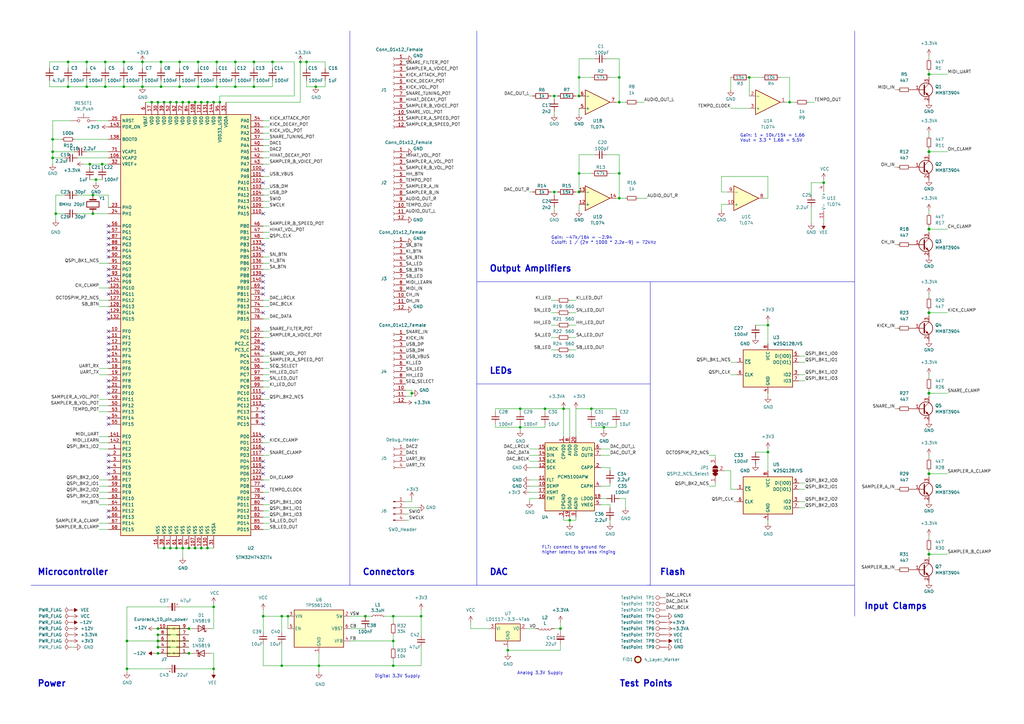
<source format=kicad_sch>
(kicad_sch (version 20231120) (generator "eeschema") (generator_version "8.0")
  (paper "A3")
  (title_block (title "Punck v1") (rev "1") (company "Mountjoy Modular"))
  (junction (at 323.85 41.91))
  (junction (at 125.73 25.4))
  (junction (at 87.63 248.92))
  (junction (at 123.19 25.4))
  (junction (at 81.28 25.4))
  (junction (at 307.34 31.75))
  (junction (at 254 81.28))
  (junction (at 21.59 62.23))
  (junction (at 149.86 252.73))
  (junction (at 64.77 267.97))
  (junction (at 129.54 35.56))
  (junction (at 115.57 252.73))
  (junction (at 118.11 252.73))
  (junction (at 64.77 41.91))
  (junction (at 77.47 267.97))
  (junction (at 41.91 67.31))
  (junction (at 62.23 41.91))
  (junction (at 381 93.98) (diameter 1.016))
  (junction (at 52.07 262.89))
  (junction (at 66.04 35.56))
  (junction (at 64.77 260.35))
  (junction (at 104.14 25.4))
  (junction (at 69.85 224.79))
  (junction (at 27.94 25.4))
  (junction (at 27.94 35.56))
  (junction (at 237.49 71.12))
  (junction (at 96.52 25.4))
  (junction (at 64.77 262.89))
  (junction (at 38.1 80.01))
  (junction (at 208.28 266.7))
  (junction (at 161.29 262.89))
  (junction (at 242.57 167.64))
  (junction (at 130.81 273.05))
  (junction (at 74.93 224.79))
  (junction (at 82.55 41.91))
  (junction (at 85.09 224.79))
  (junction (at 80.01 41.91))
  (junction (at 50.8 35.56))
  (junction (at 87.63 274.32))
  (junction (at 237.49 78.74))
  (junction (at 104.14 35.56))
  (junction (at 74.93 41.91))
  (junction (at 81.28 35.56))
  (junction (at 254 71.12))
  (junction (at 69.85 41.91))
  (junction (at 213.36 175.26))
  (junction (at 82.55 224.79))
  (junction (at 337.82 74.93))
  (junction (at 77.47 41.91))
  (junction (at 227.33 78.74))
  (junction (at 50.8 25.4))
  (junction (at 85.09 41.91))
  (junction (at 67.31 224.79))
  (junction (at 39.37 73.66))
  (junction (at 88.9 35.56))
  (junction (at 90.17 41.91))
  (junction (at 237.49 39.37))
  (junction (at 64.77 265.43))
  (junction (at 381 30.48) (diameter 1.016))
  (junction (at 77.47 224.79))
  (junction (at 21.59 57.15))
  (junction (at 111.76 25.4))
  (junction (at 233.68 213.36))
  (junction (at 161.29 273.05))
  (junction (at 36.83 67.31))
  (junction (at 254 41.91))
  (junction (at 168.91 161.29))
  (junction (at 161.29 252.73))
  (junction (at 87.63 41.91))
  (junction (at 35.56 35.56))
  (junction (at 381 194.31) (diameter 1.016))
  (junction (at 314.96 185.42))
  (junction (at 237.49 31.75))
  (junction (at 43.18 25.4))
  (junction (at 254 31.75))
  (junction (at 107.95 252.73))
  (junction (at 58.42 35.56))
  (junction (at 58.42 25.4))
  (junction (at 72.39 224.79))
  (junction (at 66.04 25.4))
  (junction (at 43.18 35.56))
  (junction (at 35.56 25.4))
  (junction (at 67.31 41.91))
  (junction (at 223.52 167.64))
  (junction (at 21.59 64.77))
  (junction (at 22.86 87.63))
  (junction (at 231.14 167.64))
  (junction (at 72.39 41.91))
  (junction (at 381 227.33) (diameter 1.016))
  (junction (at 88.9 25.4))
  (junction (at 229.87 257.81))
  (junction (at 381 62.23) (diameter 1.016))
  (junction (at 77.47 257.81))
  (junction (at 73.66 25.4))
  (junction (at 38.1 87.63))
  (junction (at 213.36 167.64))
  (junction (at 172.72 252.73))
  (junction (at 247.65 175.26))
  (junction (at 73.66 35.56))
  (junction (at 381 161.29) (diameter 1.016))
  (junction (at 381 128.27) (diameter 1.016))
  (junction (at 64.77 257.81))
  (junction (at 115.57 273.05))
  (junction (at 52.07 274.32))
  (junction (at 96.52 35.56))
  (junction (at 227.33 39.37))
  (junction (at 314.96 133.35))
  (junction (at 80.01 224.79))
  (no_connect (at 107.95 184.15))
  (no_connect (at 44.45 146.05))
  (no_connect (at 44.45 128.27))
  (no_connect (at 44.45 120.65))
  (no_connect (at 44.45 110.49))
  (no_connect (at 107.95 113.03))
  (no_connect (at 44.45 130.81))
  (no_connect (at 44.45 171.45))
  (no_connect (at 107.95 166.37))
  (no_connect (at 107.95 161.29))
  (no_connect (at 44.45 173.99))
  (no_connect (at 44.45 186.69))
  (no_connect (at 107.95 204.47))
  (no_connect (at 107.95 199.39))
  (no_connect (at 107.95 74.93))
  (no_connect (at 107.95 87.63))
  (no_connect (at 44.45 191.77))
  (no_connect (at 107.95 118.11))
  (no_connect (at 44.45 113.03))
  (no_connect (at 44.45 156.21))
  (no_connect (at 107.95 191.77))
  (no_connect (at 44.45 194.31))
  (no_connect (at 107.95 179.07))
  (no_connect (at 44.45 138.43))
  (no_connect (at 44.45 100.33))
  (no_connect (at 44.45 209.55))
  (no_connect (at 107.95 128.27))
  (no_connect (at 107.95 140.97))
  (no_connect (at 107.95 69.85))
  (no_connect (at 107.95 173.99))
  (no_connect (at 44.45 115.57))
  (no_connect (at 44.45 148.59))
  (no_connect (at 107.95 194.31))
  (no_connect (at 107.95 102.87))
  (no_connect (at 107.95 189.23))
  (no_connect (at 44.45 105.41))
  (no_connect (at 44.45 97.79))
  (no_connect (at 44.45 102.87))
  (no_connect (at 107.95 120.65))
  (no_connect (at 44.45 189.23))
  (no_connect (at 107.95 143.51))
  (no_connect (at 44.45 158.75))
  (no_connect (at 44.45 95.25))
  (no_connect (at 107.95 115.57))
  (no_connect (at 107.95 100.33))
  (no_connect (at 44.45 140.97))
  (no_connect (at 44.45 135.89))
  (no_connect (at 44.45 161.29))
  (no_connect (at 107.95 168.91))
  (no_connect (at 107.95 171.45))
  (no_connect (at 44.45 212.09))
  (no_connect (at 44.45 92.71))
  (no_connect (at 44.45 143.51))
  (wire (pts (xy 246.38 199.39) (xy 250.19 199.39)))
  (wire (pts (xy 226.06 78.74) (xy 227.33 78.74)))
  (wire (pts (xy 64.77 257.81) (xy 77.47 257.81)))
  (wire (pts (xy 130.81 273.05) (xy 161.29 273.05)))
  (wire (pts (xy 40.64 196.85) (xy 44.45 196.85)))
  (wire (pts (xy 80.01 41.91) (xy 82.55 41.91)))
  (wire (pts (xy 226.06 143.51) (xy 228.6 143.51)))
  (wire (pts (xy 327.66 200.66) (xy 330.2 200.66)))
  (wire (pts (xy 233.68 167.64) (xy 233.68 179.07)))
  (wire (pts (xy 300.99 205.74) (xy 302.26 205.74)))
  (wire (pts (xy 381 92.71) (xy 381 93.98)))
  (wire (pts (xy 261.62 81.28) (xy 265.43 81.28)))
  (wire (pts (xy 226.06 39.37) (xy 227.33 39.37)))
  (wire (pts (xy 327.66 205.74) (xy 330.2 205.74)))
  (wire (pts (xy 34.29 67.31) (xy 36.83 67.31)))
  (wire (pts (xy 229.87 255.27) (xy 229.87 257.81)))
  (wire (pts (xy 213.36 175.26) (xy 223.52 175.26)))
  (wire (pts (xy 110.49 105.41) (xy 107.95 105.41)))
  (wire (pts (xy 27.94 27.94) (xy 27.94 25.4)))
  (wire (pts (xy 82.55 224.79) (xy 85.09 224.79)))
  (wire (pts (xy 62.23 41.91) (xy 64.77 41.91)))
  (wire (pts (xy 40.64 125.73) (xy 44.45 125.73)))
  (wire (pts (xy 77.47 224.79) (xy 80.01 224.79)))
  (wire (pts (xy 213.36 167.64) (xy 223.52 167.64)))
  (polyline (pts (xy 195.58 203.2) (xy 195.58 240.03)))
  (wire (pts (xy 217.17 196.85) (xy 220.98 196.85)))
  (wire (pts (xy 27.94 35.56) (xy 35.56 35.56)))
  (wire (pts (xy 233.68 167.64) (xy 231.14 167.64)))
  (wire (pts (xy 233.68 138.43) (xy 236.22 138.43)))
  (wire (pts (xy 203.2 167.64) (xy 213.36 167.64)))
  (wire (pts (xy 40.64 118.11) (xy 44.45 118.11)))
  (wire (pts (xy 107.95 130.81) (xy 110.49 130.81)))
  (wire (pts (xy 168.91 205.74) (xy 168.91 204.47)))
  (wire (pts (xy 143.51 252.73) (xy 149.86 252.73)))
  (wire (pts (xy 40.64 199.39) (xy 44.45 199.39)))
  (wire (pts (xy 236.22 167.64) (xy 242.57 167.64)))
  (wire (pts (xy 252.73 81.28) (xy 254 81.28)))
  (wire (pts (xy 44.45 168.91) (xy 40.64 168.91)))
  (wire (pts (xy 298.45 78.74) (xy 295.91 78.74)))
  (wire (pts (xy 50.8 27.94) (xy 50.8 25.4)))
  (wire (pts (xy 27.94 25.4) (xy 35.56 25.4)))
  (wire (pts (xy 217.17 186.69) (xy 220.98 186.69)))
  (wire (pts (xy 110.49 151.13) (xy 107.95 151.13)))
  (wire (pts (xy 86.36 267.97) (xy 87.63 267.97)))
  (wire (pts (xy 293.37 198.12) (xy 293.37 199.39)))
  (wire (pts (xy 110.49 212.09) (xy 107.95 212.09)))
  (wire (pts (xy 248.92 24.13) (xy 254 24.13)))
  (wire (pts (xy 309.88 133.35) (xy 314.96 133.35)))
  (wire (pts (xy 252.73 173.99) (xy 252.73 175.26)))
  (wire (pts (xy 327.66 148.59) (xy 330.2 148.59)))
  (wire (pts (xy 299.72 153.67) (xy 302.26 153.67)))
  (wire (pts (xy 40.64 153.67) (xy 44.45 153.67)))
  (polyline (pts (xy -64.77 125.73) (xy -8.89 125.73)))
  (wire (pts (xy 250.19 213.36) (xy 250.19 214.63)))
  (wire (pts (xy 25.4 57.15) (xy 21.59 57.15)))
  (wire (pts (xy 231.14 213.36) (xy 233.68 213.36)))
  (wire (pts (xy 41.91 67.31) (xy 44.45 67.31)))
  (wire (pts (xy 81.28 35.56) (xy 88.9 35.56)))
  (wire (pts (xy 125.73 27.94) (xy 125.73 25.4)))
  (wire (pts (xy 44.45 184.15) (xy 40.64 184.15)))
  (wire (pts (xy 111.76 27.94) (xy 111.76 25.4)))
  (wire (pts (xy 110.49 52.07) (xy 107.95 52.07)))
  (wire (pts (xy 381 22.86) (xy 381 24.13)))
  (wire (pts (xy 90.17 41.91) (xy 90.17 39.37)))
  (wire (pts (xy 107.95 125.73) (xy 110.49 125.73)))
  (wire (pts (xy 67.31 224.79) (xy 69.85 224.79)))
  (wire (pts (xy 157.48 252.73) (xy 161.29 252.73)))
  (wire (pts (xy 217.17 204.47) (xy 217.17 205.74)))
  (polyline (pts (xy 266.7 240.03) (xy 265.43 240.03)))
  (wire (pts (xy 246.38 191.77) (xy 250.19 191.77)))
  (wire (pts (xy 110.49 57.15) (xy 107.95 57.15)))
  (wire (pts (xy 229.87 264.16) (xy 229.87 266.7)))
  (wire (pts (xy 110.49 54.61) (xy 107.95 54.61)))
  (wire (pts (xy 21.59 57.15) (xy 21.59 62.23)))
  (wire (pts (xy 107.95 138.43) (xy 110.49 138.43)))
  (wire (pts (xy 44.45 217.17) (xy 40.64 217.17)))
  (wire (pts (xy 208.28 266.7) (xy 229.87 266.7)))
  (wire (pts (xy 66.04 35.56) (xy 73.66 35.56)))
  (wire (pts (xy 22.86 87.63) (xy 22.86 90.17)))
  (wire (pts (xy 381 86.36) (xy 381 87.63)))
  (wire (pts (xy 217.17 201.93) (xy 220.98 201.93)))
  (wire (pts (xy 21.59 62.23) (xy 30.48 62.23)))
  (wire (pts (xy 252.73 168.91) (xy 252.73 167.64)))
  (wire (pts (xy 290.83 199.39) (xy 293.37 199.39)))
  (wire (pts (xy 309.88 185.42) (xy 314.96 185.42)))
  (wire (pts (xy 111.76 33.02) (xy 111.76 35.56)))
  (wire (pts (xy 226.06 128.27) (xy 228.6 128.27)))
  (wire (pts (xy 30.48 57.15) (xy 44.45 57.15)))
  (wire (pts (xy 40.64 207.01) (xy 44.45 207.01)))
  (wire (pts (xy 44.45 64.77) (xy 31.75 64.77)))
  (wire (pts (xy 107.95 181.61) (xy 110.49 181.61)))
  (wire (pts (xy 133.35 35.56) (xy 133.35 33.02)))
  (polyline (pts (xy 12.7 240.03) (xy 350.52 240.03)))
  (wire (pts (xy 110.49 95.25) (xy 107.95 95.25)))
  (wire (pts (xy 243.84 63.5) (xy 237.49 63.5)))
  (wire (pts (xy 327.66 153.67) (xy 330.2 153.67)))
  (wire (pts (xy 50.8 35.56) (xy 58.42 35.56)))
  (wire (pts (xy 73.66 25.4) (xy 81.28 25.4)))
  (wire (pts (xy 314.96 72.39) (xy 314.96 81.28)))
  (wire (pts (xy 110.49 107.95) (xy 107.95 107.95)))
  (wire (pts (xy 242.57 168.91) (xy 242.57 167.64)))
  (wire (pts (xy 193.04 257.81) (xy 200.66 257.81)))
  (wire (pts (xy 88.9 25.4) (xy 96.52 25.4)))
  (wire (pts (xy 381 227.33) (xy 388.62 227.33)))
  (wire (pts (xy 110.49 72.39) (xy 107.95 72.39)))
  (wire (pts (xy 63.5 257.81) (xy 64.77 257.81)))
  (wire (pts (xy 314.96 81.28) (xy 313.69 81.28)))
  (wire (pts (xy 236.22 78.74) (xy 237.49 78.74)))
  (wire (pts (xy 110.49 80.01) (xy 107.95 80.01)))
  (wire (pts (xy 50.8 33.02) (xy 50.8 35.56)))
  (wire (pts (xy 30.48 265.43) (xy 29.21 265.43)))
  (wire (pts (xy 208.28 265.43) (xy 208.28 266.7)))
  (wire (pts (xy 237.49 71.12) (xy 237.49 78.74)))
  (wire (pts (xy 322.58 41.91) (xy 323.85 41.91)))
  (wire (pts (xy 161.29 252.73) (xy 172.72 252.73)))
  (wire (pts (xy 40.64 204.47) (xy 44.45 204.47)))
  (wire (pts (xy 107.95 252.73) (xy 115.57 252.73)))
  (wire (pts (xy 236.22 167.64) (xy 236.22 179.07)))
  (wire (pts (xy 26.67 80.01) (xy 22.86 80.01)))
  (polyline (pts (xy 143.51 240.03) (xy 143.51 12.7)))
  (wire (pts (xy 246.38 184.15) (xy 250.19 184.15)))
  (wire (pts (xy 107.95 264.16) (xy 107.95 273.05)))
  (wire (pts (xy 237.49 31.75) (xy 237.49 39.37)))
  (wire (pts (xy 58.42 33.02) (xy 58.42 35.56)))
  (wire (pts (xy 22.86 87.63) (xy 26.67 87.63)))
  (wire (pts (xy 69.85 41.91) (xy 72.39 41.91)))
  (wire (pts (xy 107.95 156.21) (xy 110.49 156.21)))
  (wire (pts (xy 118.11 252.73) (xy 115.57 252.73)))
  (wire (pts (xy 41.91 67.31) (xy 41.91 68.58)))
  (wire (pts (xy 332.74 85.09) (xy 332.74 91.44)))
  (wire (pts (xy 43.18 35.56) (xy 50.8 35.56)))
  (wire (pts (xy 86.36 257.81) (xy 87.63 257.81)))
  (wire (pts (xy 88.9 35.56) (xy 96.52 35.56)))
  (wire (pts (xy 96.52 33.02) (xy 96.52 35.56)))
  (wire (pts (xy 43.18 27.94) (xy 43.18 25.4)))
  (wire (pts (xy 293.37 186.69) (xy 293.37 187.96)))
  (wire (pts (xy 58.42 25.4) (xy 66.04 25.4)))
  (wire (pts (xy 20.32 33.02) (xy 20.32 35.56)))
  (wire (pts (xy 64.77 262.89) (xy 64.77 265.43)))
  (wire (pts (xy 104.14 35.56) (xy 111.76 35.56)))
  (wire (pts (xy 242.57 31.75) (xy 237.49 31.75)))
  (wire (pts (xy 367.03 36.83) (xy 368.3 36.83)))
  (wire (pts (xy 314.96 132.08) (xy 314.96 133.35)))
  (wire (pts (xy 226.06 138.43) (xy 228.6 138.43)))
  (wire (pts (xy 81.28 33.02) (xy 81.28 35.56)))
  (polyline (pts (xy 195.58 12.7) (xy 195.58 203.2)))
  (wire (pts (xy 87.63 274.32) (xy 87.63 275.59)))
  (wire (pts (xy 143.51 262.89) (xy 161.29 262.89)))
  (wire (pts (xy 52.07 274.32) (xy 68.58 274.32)))
  (wire (pts (xy 73.66 33.02) (xy 73.66 35.56)))
  (wire (pts (xy 314.96 184.15) (xy 314.96 185.42)))
  (wire (pts (xy 250.19 191.77) (xy 250.19 193.04)))
  (wire (pts (xy 381 161.29) (xy 381 162.56)))
  (wire (pts (xy 295.91 83.82) (xy 298.45 83.82)))
  (wire (pts (xy 104.14 27.94) (xy 104.14 25.4)))
  (wire (pts (xy 130.81 275.59) (xy 130.81 273.05)))
  (wire (pts (xy 36.83 73.66) (xy 39.37 73.66)))
  (wire (pts (xy 367.03 100.33) (xy 368.3 100.33)))
  (wire (pts (xy 31.75 80.01) (xy 38.1 80.01)))
  (wire (pts (xy 87.63 267.97) (xy 87.63 274.32)))
  (wire (pts (xy 44.45 166.37) (xy 40.64 166.37)))
  (wire (pts (xy 59.69 41.91) (xy 62.23 41.91)))
  (wire (pts (xy 217.17 199.39) (xy 220.98 199.39)))
  (wire (pts (xy 107.95 163.83) (xy 110.49 163.83)))
  (wire (pts (xy 107.95 250.19) (xy 107.95 252.73)))
  (wire (pts (xy 381 127) (xy 381 128.27)))
  (wire (pts (xy 107.95 82.55) (xy 110.49 82.55)))
  (wire (pts (xy 203.2 173.99) (xy 203.2 175.26)))
  (wire (pts (xy 172.72 252.73) (xy 172.72 250.19)))
  (wire (pts (xy 107.95 123.19) (xy 110.49 123.19)))
  (wire (pts (xy 29.21 49.53) (xy 21.59 49.53)))
  (wire (pts (xy 295.91 78.74) (xy 295.91 72.39)))
  (wire (pts (xy 107.95 196.85) (xy 110.49 196.85)))
  (wire (pts (xy 367.03 200.66) (xy 368.3 200.66)))
  (wire (pts (xy 381 60.96) (xy 381 62.23)))
  (wire (pts (xy 327.66 208.28) (xy 330.2 208.28)))
  (wire (pts (xy 87.63 247.65) (xy 87.63 248.92)))
  (wire (pts (xy 44.45 214.63) (xy 40.64 214.63)))
  (wire (pts (xy 254 31.75) (xy 254 41.91)))
  (wire (pts (xy 220.98 204.47) (xy 217.17 204.47)))
  (wire (pts (xy 381 186.69) (xy 381 187.96)))
  (wire (pts (xy 381 120.65) (xy 381 121.92)))
  (wire (pts (xy 73.66 27.94) (xy 73.66 25.4)))
  (wire (pts (xy 167.64 213.36) (xy 166.37 213.36)))
  (wire (pts (xy 125.73 25.4) (xy 123.19 25.4)))
  (wire (pts (xy 73.66 248.92) (xy 87.63 248.92)))
  (wire (pts (xy 69.85 224.79) (xy 72.39 224.79)))
  (wire (pts (xy 223.52 173.99) (xy 223.52 175.26)))
  (wire (pts (xy 290.83 186.69) (xy 293.37 186.69)))
  (wire (pts (xy 107.95 201.93) (xy 110.49 201.93)))
  (wire (pts (xy 168.91 160.02) (xy 166.37 160.02)))
  (wire (pts (xy 81.28 25.4) (xy 81.28 27.94)))
  (wire (pts (xy 168.91 162.56) (xy 168.91 161.29)))
  (wire (pts (xy 246.38 204.47) (xy 248.92 204.47)))
  (wire (pts (xy 107.95 252.73) (xy 107.95 259.08)))
  (wire (pts (xy 107.95 273.05) (xy 115.57 273.05)))
  (wire (pts (xy 110.49 97.79) (xy 107.95 97.79)))
  (wire (pts (xy 52.07 248.92) (xy 52.07 262.89)))
  (wire (pts (xy 227.33 40.64) (xy 227.33 39.37)))
  (wire (pts (xy 252.73 41.91) (xy 254 41.91)))
  (wire (pts (xy 314.96 185.42) (xy 314.96 193.04)))
  (wire (pts (xy 213.36 168.91) (xy 213.36 167.64)))
  (wire (pts (xy 297.18 193.04) (xy 299.72 193.04)))
  (wire (pts (xy 31.75 87.63) (xy 38.1 87.63)))
  (wire (pts (xy 115.57 264.16) (xy 115.57 273.05)))
  (wire (pts (xy 314.96 161.29) (xy 314.96 162.56)))
  (wire (pts (xy 381 54.61) (xy 381 55.88)))
  (wire (pts (xy 43.18 25.4) (xy 50.8 25.4)))
  (wire (pts (xy 307.34 31.75) (xy 312.42 31.75)))
  (wire (pts (xy 90.17 39.37) (xy 120.65 39.37)))
  (wire (pts (xy 52.07 275.59) (xy 52.07 274.32)))
  (wire (pts (xy 35.56 35.56) (xy 35.56 33.02)))
  (wire (pts (xy 299.72 31.75) (xy 299.72 36.83)))
  (wire (pts (xy 77.47 260.35) (xy 64.77 260.35)))
  (wire (pts (xy 66.04 35.56) (xy 66.04 33.02)))
  (wire (pts (xy 21.59 67.31) (xy 21.59 64.77)))
  (polyline (pts (xy 195.58 115.57) (xy 350.52 115.57)))
  (wire (pts (xy 223.52 167.64) (xy 231.14 167.64)))
  (wire (pts (xy 242.57 167.64) (xy 252.73 167.64)))
  (wire (pts (xy 227.33 39.37) (xy 228.6 39.37)))
  (wire (pts (xy 73.66 274.32) (xy 87.63 274.32)))
  (wire (pts (xy 125.73 35.56) (xy 129.54 35.56)))
  (wire (pts (xy 236.22 212.09) (xy 236.22 213.36)))
  (wire (pts (xy 36.83 68.58) (xy 36.83 67.31)))
  (wire (pts (xy 72.39 224.79) (xy 74.93 224.79)))
  (wire (pts (xy 299.72 148.59) (xy 302.26 148.59)))
  (wire (pts (xy 233.68 213.36) (xy 233.68 214.63)))
  (wire (pts (xy 107.95 158.75) (xy 110.49 158.75)))
  (wire (pts (xy 80.01 224.79) (xy 82.55 224.79)))
  (wire (pts (xy 314.96 133.35) (xy 314.96 140.97)))
  (wire (pts (xy 166.37 162.56) (xy 168.91 162.56)))
  (wire (pts (xy 246.38 207.01) (xy 250.19 207.01)))
  (wire (pts (xy 120.65 39.37) (xy 120.65 25.4)))
  (wire (pts (xy 115.57 273.05) (xy 130.81 273.05)))
  (wire (pts (xy 161.29 252.73) (xy 161.29 255.27)))
  (wire (pts (xy 149.86 252.73) (xy 152.4 252.73)))
  (wire (pts (xy 107.95 110.49) (xy 110.49 110.49)))
  (wire (pts (xy 44.45 179.07) (xy 40.64 179.07)))
  (wire (pts (xy 166.37 210.82) (xy 167.64 210.82)))
  (wire (pts (xy 110.49 92.71) (xy 107.95 92.71)))
  (wire (pts (xy 43.18 33.02) (xy 43.18 35.56)))
  (wire (pts (xy 381 226.06) (xy 381 227.33)))
  (wire (pts (xy 44.45 85.09) (xy 44.45 80.01)))
  (wire (pts (xy 120.65 25.4) (xy 111.76 25.4)))
  (wire (pts (xy 193.04 255.27) (xy 193.04 257.81)))
  (wire (pts (xy 21.59 64.77) (xy 21.59 62.23)))
  (wire (pts (xy 82.55 41.91) (xy 85.09 41.91)))
  (wire (pts (xy 36.83 67.31) (xy 41.91 67.31)))
  (wire (pts (xy 381 128.27) (xy 388.62 128.27)))
  (wire (pts (xy 44.45 80.01) (xy 38.1 80.01)))
  (wire (pts (xy 110.49 146.05) (xy 107.95 146.05)))
  (polyline (pts (xy 266.7 115.57) (xy 266.7 240.03)))
  (wire (pts (xy 20.32 35.56) (xy 27.94 35.56)))
  (wire (pts (xy 323.85 31.75) (xy 323.85 41.91)))
  (wire (pts (xy 104.14 33.02) (xy 104.14 35.56)))
  (wire (pts (xy 327.66 198.12) (xy 330.2 198.12)))
  (wire (pts (xy 72.39 41.91) (xy 74.93 41.91)))
  (wire (pts (xy 96.52 27.94) (xy 96.52 25.4)))
  (wire (pts (xy 242.57 71.12) (xy 237.49 71.12)))
  (wire (pts (xy 27.94 35.56) (xy 27.94 33.02)))
  (wire (pts (xy 254 41.91) (xy 256.54 41.91)))
  (wire (pts (xy 203.2 167.64) (xy 203.2 168.91)))
  (wire (pts (xy 123.19 25.4) (xy 123.19 41.91)))
  (wire (pts (xy 67.31 41.91) (xy 69.85 41.91)))
  (wire (pts (xy 217.17 78.74) (xy 218.44 78.74)))
  (wire (pts (xy 85.09 224.79) (xy 87.63 224.79)))
  (wire (pts (xy 40.64 123.19) (xy 44.45 123.19)))
  (wire (pts (xy 39.37 49.53) (xy 44.45 49.53)))
  (wire (pts (xy 231.14 167.64) (xy 231.14 179.07)))
  (wire (pts (xy 320.04 31.75) (xy 323.85 31.75)))
  (wire (pts (xy 88.9 35.56) (xy 88.9 33.02)))
  (wire (pts (xy 64.77 41.91) (xy 67.31 41.91)))
  (wire (pts (xy 64.77 260.35) (xy 64.77 262.89)))
  (wire (pts (xy 226.06 123.19) (xy 228.6 123.19)))
  (wire (pts (xy 227.33 78.74) (xy 228.6 78.74)))
  (wire (pts (xy 66.04 27.94) (xy 66.04 25.4)))
  (wire (pts (xy 215.9 257.81) (xy 219.71 257.81)))
  (wire (pts (xy 233.68 133.35) (xy 236.22 133.35)))
  (wire (pts (xy 52.07 248.92) (xy 68.58 248.92)))
  (wire (pts (xy 367.03 134.62) (xy 368.3 134.62)))
  (wire (pts (xy 250.19 198.12) (xy 250.19 199.39)))
  (wire (pts (xy 81.28 25.4) (xy 88.9 25.4)))
  (wire (pts (xy 110.49 62.23) (xy 107.95 62.23)))
  (wire (pts (xy 367.03 233.68) (xy 368.3 233.68)))
  (wire (pts (xy 295.91 83.82) (xy 295.91 86.36)))
  (wire (pts (xy 299.72 44.45) (xy 307.34 44.45)))
  (wire (pts (xy 39.37 73.66) (xy 41.91 73.66)))
  (wire (pts (xy 129.54 35.56) (xy 133.35 35.56)))
  (wire (pts (xy 35.56 25.4) (xy 43.18 25.4)))
  (wire (pts (xy 107.95 153.67) (xy 110.49 153.67)))
  (wire (pts (xy 332.74 74.93) (xy 337.82 74.93)))
  (wire (pts (xy 381 219.71) (xy 381 220.98)))
  (polyline (pts (xy -64.77 0) (xy -8.89 0)))
  (wire (pts (xy 44.45 181.61) (xy 40.64 181.61)))
  (wire (pts (xy 168.91 161.29) (xy 168.91 160.02)))
  (wire (pts (xy 242.57 175.26) (xy 247.65 175.26)))
  (wire (pts (xy 74.93 224.79) (xy 74.93 228.6)))
  (wire (pts (xy 87.63 257.81) (xy 87.63 248.92)))
  (polyline (pts (xy -64.77 0) (xy -64.77 125.73)))
  (wire (pts (xy 92.71 41.91) (xy 123.19 41.91)))
  (wire (pts (xy 22.86 80.01) (xy 22.86 87.63)))
  (wire (pts (xy 327.66 146.05) (xy 330.2 146.05)))
  (wire (pts (xy 217.17 184.15) (xy 220.98 184.15)))
  (wire (pts (xy 161.29 260.35) (xy 161.29 262.89)))
  (wire (pts (xy 381 93.98) (xy 388.62 93.98)))
  (wire (pts (xy 110.49 186.69) (xy 107.95 186.69)))
  (wire (pts (xy 381 93.98) (xy 381 95.25)))
  (wire (pts (xy 63.5 267.97) (xy 64.77 267.97)))
  (wire (pts (xy 161.29 270.51) (xy 161.29 273.05)))
  (wire (pts (xy 110.49 64.77) (xy 107.95 64.77)))
  (wire (pts (xy 110.49 209.55) (xy 107.95 209.55)))
  (wire (pts (xy 125.73 33.02) (xy 125.73 35.56)))
  (wire (pts (xy 96.52 25.4) (xy 104.14 25.4)))
  (wire (pts (xy 381 128.27) (xy 381 129.54)))
  (wire (pts (xy 40.64 201.93) (xy 44.45 201.93)))
  (wire (pts (xy 295.91 72.39) (xy 314.96 72.39)))
  (wire (pts (xy 166.37 205.74) (xy 168.91 205.74)))
  (wire (pts (xy 243.84 24.13) (xy 237.49 24.13)))
  (wire (pts (xy 250.19 207.01) (xy 250.19 208.28)))
  (wire (pts (xy 254 71.12) (xy 250.19 71.12)))
  (wire (pts (xy 73.66 35.56) (xy 81.28 35.56)))
  (wire (pts (xy 229.87 257.81) (xy 227.33 257.81)))
  (wire (pts (xy 20.32 27.94) (xy 20.32 25.4)))
  (wire (pts (xy 227.33 80.01) (xy 227.33 78.74)))
  (polyline (pts (xy -8.89 125.73) (xy -8.89 0)))
  (wire (pts (xy 96.52 35.56) (xy 104.14 35.56)))
  (wire (pts (xy 254 81.28) (xy 256.54 81.28)))
  (wire (pts (xy 40.64 151.13) (xy 44.45 151.13)))
  (wire (pts (xy 381 194.31) (xy 388.62 194.31)))
  (wire (pts (xy 248.92 63.5) (xy 254 63.5)))
  (wire (pts (xy 381 30.48) (xy 388.62 30.48)))
  (wire (pts (xy 66.04 25.4) (xy 73.66 25.4)))
  (wire (pts (xy 367.03 167.64) (xy 368.3 167.64)))
  (wire (pts (xy 107.95 67.31) (xy 110.49 67.31)))
  (wire (pts (xy 26.67 64.77) (xy 21.59 64.77)))
  (wire (pts (xy 110.49 77.47) (xy 107.95 77.47)))
  (wire (pts (xy 254 71.12) (xy 254 81.28)))
  (wire (pts (xy 381 194.31) (xy 381 195.58)))
  (wire (pts (xy 331.47 41.91) (xy 334.01 41.91)))
  (polyline (pts (xy 195.58 157.48) (xy 266.7 157.48)))
  (wire (pts (xy 74.93 224.79) (xy 77.47 224.79)))
  (wire (pts (xy 217.17 191.77) (xy 220.98 191.77)))
  (wire (pts (xy 337.82 73.66) (xy 337.82 74.93)))
  (wire (pts (xy 172.72 252.73) (xy 172.72 260.35)))
  (wire (pts (xy 217.17 189.23) (xy 220.98 189.23)))
  (wire (pts (xy 247.65 175.26) (xy 252.73 175.26)))
  (wire (pts (xy 261.62 41.91) (xy 264.16 41.91)))
  (wire (pts (xy 254 31.75) (xy 250.19 31.75)))
  (wire (pts (xy 229.87 259.08) (xy 229.87 257.81)))
  (wire (pts (xy 231.14 212.09) (xy 231.14 213.36)))
  (wire (pts (xy 236.22 39.37) (xy 237.49 39.37)))
  (wire (pts (xy 381 29.21) (xy 381 30.48)))
  (wire (pts (xy 77.47 41.91) (xy 80.01 41.91)))
  (wire (pts (xy 58.42 27.94) (xy 58.42 25.4)))
  (wire (pts (xy 236.22 213.36) (xy 233.68 213.36)))
  (wire (pts (xy 77.47 257.81) (xy 78.74 257.81)))
  (wire (pts (xy 213.36 175.26) (xy 213.36 176.53)))
  (wire (pts (xy 332.74 80.01) (xy 332.74 74.93)))
  (wire (pts (xy 39.37 74.93) (xy 39.37 73.66)))
  (wire (pts (xy 110.49 217.17) (xy 107.95 217.17)))
  (wire (pts (xy 85.09 41.91) (xy 87.63 41.91)))
  (wire (pts (xy 381 193.04) (xy 381 194.31)))
  (wire (pts (xy 381 160.02) (xy 381 161.29)))
  (wire (pts (xy 166.37 208.28) (xy 171.45 208.28)))
  (wire (pts (xy 226.06 133.35) (xy 228.6 133.35)))
  (wire (pts (xy 223.52 168.91) (xy 223.52 167.64)))
  (wire (pts (xy 213.36 173.99) (xy 213.36 175.26)))
  (wire (pts (xy 233.68 123.19) (xy 236.22 123.19)))
  (wire (pts (xy 299.72 200.66) (xy 302.26 200.66)))
  (wire (pts (xy 233.68 212.09) (xy 233.68 213.36)))
  (wire (pts (xy 44.45 163.83) (xy 40.64 163.83)))
  (wire (pts (xy 246.38 186.69) (xy 250.19 186.69)))
  (wire (pts (xy 77.47 262.89) (xy 64.77 262.89)))
  (wire (pts (xy 58.42 35.56) (xy 66.04 35.56)))
  (wire (pts (xy 125.73 25.4) (xy 133.35 25.4)))
  (wire (pts (xy 35.56 27.94) (xy 35.56 25.4)))
  (wire (pts (xy 20.32 25.4) (xy 27.94 25.4)))
  (wire (pts (xy 237.49 83.82) (xy 237.49 86.36)))
  (wire (pts (xy 237.49 44.45) (xy 237.49 46.99)))
  (wire (pts (xy 247.65 176.53) (xy 247.65 175.26)))
  (wire (pts (xy 172.72 265.43) (xy 172.72 273.05)))
  (wire (pts (xy 227.33 45.72) (xy 227.33 46.99)))
  (wire (pts (xy 381 227.33) (xy 381 228.6)))
  (wire (pts (xy 254 24.13) (xy 254 31.75)))
  (wire (pts (xy 299.72 193.04) (xy 299.72 200.66)))
  (wire (pts (xy 115.57 259.08) (xy 115.57 252.73)))
  (wire (pts (xy 87.63 41.91) (xy 90.17 41.91)))
  (wire (pts (xy 143.51 257.81) (xy 149.86 257.81)))
  (wire (pts (xy 254 63.5) (xy 254 71.12)))
  (wire (pts (xy 254 204.47) (xy 256.54 204.47)))
  (wire (pts (xy 110.49 148.59) (xy 107.95 148.59)))
  (wire (pts (xy 256.54 204.47) (xy 256.54 208.28)))
  (wire (pts (xy 133.35 27.94) (xy 133.35 25.4)))
  (wire (pts (xy 52.07 262.89) (xy 52.07 274.32)))
  (wire (pts (xy 233.68 143.51) (xy 236.22 143.51)))
  (wire (pts (xy 130.81 267.97) (xy 130.81 273.05)))
  (wire (pts (xy 35.56 35.56) (xy 43.18 35.56)))
  (wire (pts (xy 172.72 273.05) (xy 161.29 273.05)))
  (wire (pts (xy 110.49 207.01) (xy 107.95 207.01)))
  (wire (pts (xy 381 161.29) (xy 388.62 161.29)))
  (wire (pts (xy 203.2 175.26) (xy 213.36 175.26)))
  (wire (pts (xy 217.17 39.37) (xy 218.44 39.37)))
  (wire (pts (xy 307.34 31.75) (xy 307.34 39.37)))
  (wire (pts (xy 107.95 85.09) (xy 110.49 85.09)))
  (wire (pts (xy 237.49 24.13) (xy 237.49 31.75)))
  (wire (pts (xy 110.49 214.63) (xy 107.95 214.63)))
  (wire (pts (xy 227.33 85.09) (xy 227.33 86.36)))
  (wire (pts (xy 77.47 267.97) (xy 78.74 267.97)))
  (wire (pts (xy 111.76 25.4) (xy 104.14 25.4)))
  (wire (pts (xy 110.49 135.89) (xy 107.95 135.89)))
  (wire (pts (xy 64.77 224.79) (xy 67.31 224.79)))
  (wire (pts (xy 337.82 90.17) (xy 337.82 91.44)))
  (wire (pts (xy 50.8 25.4) (xy 58.42 25.4)))
  (wire (pts (xy 327.66 156.21) (xy 330.2 156.21)))
  (wire (pts (xy 381 62.23) (xy 388.62 62.23)))
  (wire (pts (xy 242.57 173.99) (xy 242.57 175.26)))
  (wire (pts (xy 381 62.23) (xy 381 63.5)))
  (wire (pts (xy 64.77 267.97) (xy 77.47 267.97)))
  (wire (pts (xy 161.29 262.89) (xy 161.29 265.43)))
  (wire (pts (xy 233.68 128.27) (xy 236.22 128.27)))
  (wire (pts (xy 110.49 59.69) (xy 107.95 59.69)))
  (wire (pts (xy 381 153.67) (xy 381 154.94)))
  (wire (pts (xy 381 30.48) (xy 381 31.75)))
  (wire (pts (xy 52.07 262.89) (xy 64.77 262.89)))
  (wire (pts (xy 118.11 257.81) (xy 118.11 252.73)))
  (wire (pts (xy 74.93 41.91) (xy 77.47 41.91)))
  (wire (pts (xy 237.49 63.5) (xy 237.49 71.12)))
  (polyline (pts (xy 350.52 252.73) (xy 350.52 12.7)))
  (wire (pts (xy 44.45 62.23) (xy 35.56 62.23)))
  (wire (pts (xy 21.59 49.53) (xy 21.59 57.15)))
  (wire (pts (xy 314.96 213.36) (xy 314.96 214.63)))
  (wire (pts (xy 77.47 265.43) (xy 64.77 265.43)))
  (wire (pts (xy 323.85 41.91) (xy 326.39 41.91)))
  (wire (pts (xy 110.49 49.53) (xy 107.95 49.53)))
  (wire (pts (xy 40.64 107.95) (xy 44.45 107.95)))
  (wire (pts (xy 367.03 68.58) (xy 368.3 68.58)))
  (wire (pts (xy 208.28 266.7) (xy 208.28 267.97)))
  (wire (pts (xy 38.1 87.63) (xy 44.45 87.63)))
  (wire (pts (xy 88.9 27.94) (xy 88.9 25.4)))
  (text "Digital 3.3V Supply" (at 153.67 278.13 0) (effects (font (size 1.27 1.27)) (justify left bottom)))
  (text "Gain: 1 + 10k/15k = 1.66\nVout = 3.3 * 1.66 = 5.5V" (at 303.53 58.42 0) (effects (font (size 1.27 1.27)) (justify left bottom)))
  (text "ADC Pins\n--------\nPA0 ADC1_INP16       \nPA1 ADC1_INP17       \nPA2 ADC12_INP14      \nPA3 ADC12_INP15      \n[PA4 ADC12_INP18 DAC]\n[PA5 ADC12_INP19 DAC]\nPA6 ADC12_INP3       \nPA7 ADC12_INP7       \n                     \nPB0 ADC12_INP9       \nPB1 ADC12_INP5       \n                     \nPC0 ADC123_INP10     \nPC1 ADC123_INP11     \nPC2 ADC123_INP12     \n[PC3_C ADC3_INP1]    \nPC4 ADC12_INP4       \nPC5 ADC12_INP8       \n                     \nPF11 ADC1_INP2       \nPF12 ADC1_INP6       \nPF13 ADC2_INP2       \nPF14 ADC2_INP6       " (at -55.88 85.09 0) (effects (font (size 2 2)) (justify left bottom)))
  (text "Gain: -47k/16k = -2.94\nCutoff: 1 / (2π * 1000 * 2.2e-9) = 72kHz" (at 226.06 100.33 0) (effects (font (size 1.27 1.27)) (justify left bottom)))
  (text "Microcontroller" (at 15.24 236.22 0) (effects (font (size 2.54 2.54) (thickness 0.508) (bold yes)) (justify left bottom)))
  (text "Connectors" (at 148.59 236.22 0) (effects (font (size 2.54 2.54) (thickness 0.508) (bold yes)) (justify left bottom)))
  (text "Analog 3.3V Supply" (at 212.09 276.86 0) (effects (font (size 1.27 1.27)) (justify left bottom)))
  (text "LED Pins\n--------\nPC6-9: TIM3/TIM8\nPD12-15: TIM4\nPB4-5: TIM3\nPB6-7: TIM4" (at -55.88 115.57 0) (effects (font (size 2 2)) (justify left bottom)))
  (text "LEDs" (at 200.66 153.67 0) (effects (font (size 2.54 2.54) (thickness 0.508) (bold yes)) (justify left bottom)))
  (text "Power" (at 15.24 281.94 0) (effects (font (size 2.54 2.54) (thickness 0.508) (bold yes)) (justify left bottom)))
  (text "Flash" (at 270.51 236.22 0) (effects (font (size 2.54 2.54) (thickness 0.508) (bold yes)) (justify left bottom)))
  (text "DAC" (at 200.66 236.22 0) (effects (font (size 2.54 2.54) (thickness 0.508) (bold yes)) (justify left bottom)))
  (text "Output Amplifiers" (at 200.66 111.76 0) (effects (font (size 2.54 2.54) (thickness 0.508) (bold yes)) (justify left bottom)))
  (text "FLT: connect to ground for \nhigher latency but less ringing" (at 222.25 227.33 0) (effects (font (size 1.27 1.27)) (justify left bottom)))
  (text "Test Points" (at 254 281.94 0) (effects (font (size 2.54 2.54) (thickness 0.508) (bold yes)) (justify left bottom)))
  (text "Input Clamps" (at 354.33 250.19 0) (effects (font (size 2.54 2.54) (thickness 0.508) (bold yes)) (justify left bottom)))
  (label "QSPI_CLK" (at 300.99 205.74 180))
  (label "SNARE_CLAMP" (at 388.62 161.29 0))
  (label "DAC_OUT_R" (at 250.19 186.69 0))
  (label "KICK_CLAMP" (at 110.49 181.61 0))
  (label "QSPI_CLK" (at 299.72 153.67 180))
  (label "SNARE_FILTER_POT" (at 166.37 26.67 0))
  (label "SN_LED_OUT" (at 110.49 156.21 0))
  (label "QSPI_BK2_NCS" (at 290.83 199.39 180))
  (label "SN_BTN" (at 166.37 106.68 0))
  (label "USB_DM" (at 110.49 77.47 0))
  (label "KICK_ATTACK_POT" (at 110.49 49.53 0))
  (label "SN_LED" (at 226.06 128.27 180))
  (label "HIHAT_DECAY_POT" (at 110.49 64.77 0))
  (label "DAC_DATA" (at 273.05 247.65 0))
  (label "MIDI_IN" (at 367.03 36.83 180))
  (label "SAMPLER_A_CLAMP" (at 40.64 214.63 180))
  (label "TEMPO_OUT" (at 334.01 41.91 0))
  (label "HH_LED" (at 166.37 154.94 0))
  (label "HH_LED_OUT" (at 236.22 133.35 0))
  (label "SAMPLER_B_CLAMP" (at 388.62 227.33 0))
  (label "HIHAT_DECAY_POT" (at 166.37 41.91 0))
  (label "HIHAT_VOL_POT" (at 166.37 64.77 0))
  (label "QSPI_BK2_IO3" (at 330.2 208.28 0))
  (label "DAC1" (at 166.37 186.69 0))
  (label "SAMPLER_B_SPEED_POT" (at 166.37 52.07 0))
  (label "AUDIO_OUT_R" (at 166.37 82.55 0))
  (label "DAC_DATA" (at 110.49 130.81 0))
  (label "DAC_OUT_R" (at 217.17 78.74 180))
  (label "SAMPLER_A_SPEED_POT" (at 110.49 148.59 0))
  (label "DAC_LRCLK" (at 273.05 245.11 0))
  (label "MIDI_IN" (at 166.37 119.38 0))
  (label "SAMPLER_B_SPEED_POT" (at 110.49 92.71 0))
  (label "SNARE_IN" (at 367.03 167.64 180))
  (label "QSPI_BK1_IO3" (at 110.49 212.09 0))
  (label "MIDI_UART" (at 388.62 30.48 0))
  (label "SN_LED_OUT" (at 236.22 128.27 0))
  (label "SB_BTN" (at 166.37 111.76 0))
  (label "KICK_DECAY_POT" (at 166.37 34.29 0))
  (label "AUDIO_OUT_L" (at 166.37 87.63 0))
  (label "SA_LED_OUT" (at 236.22 138.43 0))
  (label "DAC_BCLK" (at 273.05 250.19 0))
  (label "QSPI_BK2_IO3" (at 40.64 204.47 180))
  (label "QSPI_BK2_IO0" (at 330.2 198.12 0))
  (label "SAMPLER_A_VOICE_POT" (at 110.49 138.43 0))
  (label "DAC_BCLK" (at 110.49 125.73 0))
  (label "AUDIO_OUT_R" (at 265.43 81.28 0))
  (label "USB_DP" (at 166.37 142.24 0))
  (label "QSPI_BK2_IO1" (at 330.2 200.66 0))
  (label "DAC2" (at 166.37 184.15 0))
  (label "SAMPLER_A_VOL_POT" (at 40.64 163.83 180))
  (label "QSPI_BK1_IO0" (at 330.2 146.05 0))
  (label "FB" (at 143.51 262.89 0))
  (label "DAC_OUT_L" (at 217.17 39.37 180))
  (label "UART_TX" (at 40.64 153.67 180))
  (label "MIDI_UART" (at 40.64 179.07 180))
  (label "DAC2" (at 110.49 62.23 0))
  (label "UART_RX" (at 40.64 151.13 180))
  (label "VSW" (at 143.51 252.73 0))
  (label "SNARE_CLAMP" (at 110.49 186.69 0))
  (label "DAC1" (at 110.49 59.69 0))
  (label "SAMPLER_A_CLAMP" (at 388.62 194.31 0))
  (label "SA_BTN" (at 110.49 110.49 0))
  (label "SB_LED" (at 166.37 114.3 0))
  (label "TEMPO_OUT" (at 166.37 85.09 0))
  (label "USB_DM" (at 166.37 144.78 0))
  (label "SEQ_SELECT" (at 110.49 151.13 0))
  (label "SNARE_TUNING_POT" (at 110.49 57.15 0))
  (label "SNARE_VOL_POT" (at 110.49 146.05 0))
  (label "QSPI_CLK" (at 110.49 97.79 0))
  (label "KICK_VOL_POT" (at 166.37 36.83 0))
  (label "SAMPLER_B_CLAMP" (at 40.64 217.17 180))
  (label "QSPI_BK1_IO2" (at 330.2 153.67 0))
  (label "TEMPO_POT" (at 40.64 168.91 180))
  (label "VO" (at 217.17 257.81 0))
  (label "SWCLK" (at 110.49 85.09 0))
  (label "USB_DP" (at 110.49 80.01 0))
  (label "SEQ_SELECT" (at 166.37 157.48 0))
  (label "CH_IN" (at 166.37 121.92 0))
  (label "OCTOSPIM_P2_NCS" (at 40.64 123.19 180))
  (label "SAMPLER_B_VOICE_POT" (at 166.37 44.45 0))
  (label "KICK_VOL_POT" (at 110.49 54.61 0))
  (label "HH_BTN" (at 166.37 72.39 0))
  (label "KI_LED" (at 226.06 123.19 180))
  (label "MIDI_LEARN" (at 40.64 181.61 180))
  (label "UART_TX" (at 166.37 191.77 0))
  (label "SAMPLER_B_VOICE_POT" (at 110.49 67.31 0))
  (label "KI_BTN" (at 110.49 107.95 0))
  (label "SNARE_VOL_POT" (at 166.37 46.99 0))
  (label "QSPI_BK1_NCS" (at 40.64 107.95 180))
  (label "KI_LED_OUT" (at 110.49 158.75 0))
  (label "DAC_OUT_L" (at 250.19 184.15 0))
  (label "OCTOSPIM_P2_NCS" (at 290.83 186.69 180))
  (label "KICK_CLAMP" (at 388.62 128.27 0))
  (label "QSPI_BK1_IO3" (at 330.2 156.21 0))
  (label "SWIO" (at 167.64 210.82 0))
  (label "QSPI_BK1_NCS" (at 299.72 148.59 180))
  (label "SA_LED" (at 226.06 138.43 180))
  (label "SB_LED_OUT" (at 236.22 143.51 0))
  (label "KI_LED" (at 166.37 149.86 0))
  (label "SAMPLER_B_IN" (at 166.37 80.01 0))
  (label "USB_VBUS" (at 166.37 147.32 0))
  (label "KICK_ATTACK_POT" (at 166.37 31.75 0))
  (label "UART_RX" (at 166.37 189.23 0))
  (label "SNARE_TUNING_POT" (at 166.37 39.37 0))
  (label "HIHAT_VOL_POT" (at 110.49 95.25 0))
  (label "HH_LED" (at 226.06 133.35 180))
  (label "DAC_LRCLK" (at 110.49 123.19 0))
  (label "SWCLK" (at 167.64 213.36 0))
  (label "SA_LED" (at 166.37 109.22 0))
  (label "QSPI_BK1_IO0" (at 110.49 207.01 0))
  (label "QSPI_BK2_IO2" (at 330.2 205.74 0))
  (label "SAMPLER_B_VOL_POT" (at 40.64 166.37 180))
  (label "SA_BTN" (at 166.37 101.6 0))
  (label "QSPI_BK2_IO1" (at 40.64 199.39 180))
  (label "SA_LED_OUT" (at 110.49 214.63 0))
  (label "SNARE_IN" (at 166.37 137.16 0))
  (label "CH_IN" (at 367.03 100.33 180))
  (label "OH_CLAMP" (at 110.49 196.85 0))
  (label "DAC_LRCLK" (at 217.17 184.15 180))
  (label "MIDI_LEARN" (at 166.37 116.84 0))
  (label "SAMPLER_A_VOICE_POT" (at 166.37 29.21 0))
  (label "CH_CLAMP" (at 388.62 93.98 0))
  (label "KICK_IN" (at 166.37 139.7 0))
  (label "DAC_BCLK" (at 217.17 189.23 180))
  (label "SWIO" (at 110.49 82.55 0))
  (label "HH_BTN" (at 40.64 207.01 180))
  (label "OH_IN" (at 367.03 68.58 180))
  (label "SAMPLER_A_SPEED_POT" (at 166.37 49.53 0))
  (label "KICK_IN" (at 367.03 134.62 180))
  (label "SAMPLER_A_IN" (at 367.03 200.66 180))
  (label "SAMPLER_B_VOL_POT" (at 166.37 69.85 0))
  (label "HH_LED_OUT" (at 110.49 153.67 0))
  (label "TEMPO_POT" (at 166.37 74.93 0))
  (label "KICK_DECAY_POT" (at 110.49 52.07 0))
  (label "OH_CLAMP" (at 388.62 62.23 0))
  (label "SNARE_FILTER_POT" (at 110.49 135.89 0))
  (label "QSPI_BK2_IO0" (at 40.64 196.85 180))
  (label "QSPI_BK2_NCS" (at 110.49 163.83 0))
  (label "OH_IN" (at 166.37 124.46 0))
  (label "CB" (at 143.51 257.81 0))
  (label "KI_BTN" (at 166.37 104.14 0))
  (label "AUDIO_OUT_L" (at 264.16 41.91 0))
  (label "QSPI_BK1_IO2" (at 40.64 184.15 180))
  (label "SB_LED" (at 226.06 143.51 180))
  (label "KI_LED_OUT" (at 236.22 123.19 0))
  (label "TEMPO_CLOCK" (at 299.72 44.45 180))
  (label "SB_LED_OUT" (at 110.49 217.17 0))
  (label "SN_LED" (at 166.37 152.4 0))
  (label "CH_CLAMP" (at 40.64 118.11 180))
  (label "USB_VBUS" (at 110.49 72.39 0))
  (label "QSPI_BK1_IO1" (at 110.49 209.55 0))
  (label "QSPI_BK1_IO1" (at 330.2 148.59 0))
  (label "SAMPLER_A_VOL_POT" (at 166.37 67.31 0))
  (label "SAMPLER_B_IN" (at 367.03 233.68 180))
  (label "DAC_DATA" (at 217.17 186.69 180))
  (label "SN_BTN" (at 110.49 105.41 0))
  (label "TEMPO_CLOCK" (at 110.49 201.93 0))
  (label "SB_BTN" (at 40.64 125.73 180))
  (label "QSPI_BK2_IO2" (at 40.64 201.93 180))
  (label "SAMPLER_A_IN" (at 166.37 77.47 0))
  (symbol (lib_id "Connector:Conn_01x04_Male") (at 161.29 208.28 0) (unit 1)
    (property "Reference" "J6" (at 157.48 209.55 0))
    (property "Value" "SWD_Header" (at 165.1 217.17 0))
    (property "Footprint" "Custom_Footprints:SWD_header" (effects (hide yes)))
  )
  (symbol (lib_id "power:+3.3V") (at 168.91 204.47 0) (unit 1)
    (property "Reference" "#PWR047" (effects (hide yes)))
    (property "Value" "+3V3" (at 166.37 200.66 0) (effects (justify left)))
  )
  (symbol (lib_id "power:GND") (at 171.45 208.28 90) (unit 1)
    (property "Reference" "#PWR048" (effects (hide yes)))
    (property "Value" "GND" (at 174.7012 208.153 90) (effects (justify right)))
  )
  (symbol (lib_id "Diode:1N5819") (at 82.55 257.81 180) (unit 1)
    (property "Reference" "D1" (at 82.55 252.3236 0))
    (property "Value" "1N5819" (at 82.55 254.635 0))
    (property "Footprint" "Diode_SMD:D_SOD-123" (effects (hide yes)))
    (property "Datasheet" "https://datasheet.lcsc.com/szlcsc/Changjiang-Electronics-Tech-CJ-B5819W_C8598.pdf" (effects (hide yes)))
    (property "Part_Number" "C8598" (effects (hide yes)))
  )
  (symbol (lib_id "Diode:1N5819") (at 82.55 267.97 0) (unit 1)
    (property "Reference" "D2" (at 82.55 262.4836 0))
    (property "Value" "1N5819" (at 82.55 264.795 0))
    (property "Footprint" "Diode_SMD:D_SOD-123" (effects (hide yes)))
    (property "Datasheet" "https://datasheet.lcsc.com/szlcsc/Changjiang-Electronics-Tech-CJ-B5819W_C8598.pdf" (effects (hide yes)))
    (property "Part_Number" "C8598" (effects (hide yes)))
  )
  (symbol (lib_id "Device:C_Polarized_Small") (at 71.12 248.92 270) (unit 1)
    (property "Reference" "C37" (at 67.31 246.38 90))
    (property "Value" "47uF" (at 76.2 246.38 90))
    (property "Footprint" "Capacitor_SMD:CP_Elec_5x5.8" (effects (hide yes)))
    (property "Part_Number" "C134798" (effects (hide yes)))
    (property "Rotation" "360" (effects (hide yes)))
  )
  (symbol (lib_id "Device:C_Polarized_Small") (at 71.12 274.32 90) (unit 1)
    (property "Reference" "C43" (at 67.31 276.86 90))
    (property "Value" "22uF" (at 74.93 276.86 90))
    (property "Footprint" "Capacitor_SMD:CP_Elec_4x5.8" (effects (hide yes)))
    (property "Part_Number" "C134793" (effects (hide yes)))
    (property "Rotation" "270" (effects (hide yes)))
  )
  (symbol (lib_id "power:VEE") (at 87.63 275.59 180) (unit 1)
    (property "Reference" "#PWR082" (effects (hide yes)))
    (property "Value" "VEE" (at 87.1728 279.9842 0))
  )
  (symbol (lib_id "power:VCC") (at 87.63 247.65 0) (unit 1)
    (property "Reference" "#PWR061" (effects (hide yes)))
    (property "Value" "VCC" (at 88.0618 243.2558 0))
  )
  (symbol (lib_id "power:-12V") (at 63.5 267.97 90) (unit 1)
    (property "Reference" "#PWR079" (effects (hide yes)))
    (property "Value" "-12V" (at 57.15 267.97 90))
  )
  (symbol (lib_id "power:+12V") (at 63.5 257.81 90) (unit 1)
    (property "Reference" "#PWR071" (effects (hide yes)))
    (property "Value" "+12V" (at 60.2488 257.429 90) (effects (justify left)))
  )
  (symbol (lib_id "power:GND") (at 52.07 275.59 0) (unit 1)
    (property "Reference" "#PWR081" (effects (hide yes)))
    (property "Value" "GND" (at 52.197 279.9842 0))
  )
  (symbol (lib_id "power:PWR_FLAG") (at 29.21 260.35 90) (unit 1)
    (property "Reference" "#FLG05" (effects (hide yes)))
    (property "Value" "PWR_FLAG" (at 25.4 260.3499 90) (effects (justify left)))
  )
  (symbol (lib_id "power:+3.3VA") (at 29.21 260.35 270) (unit 1)
    (property "Reference" "#PWR073" (effects (hide yes)))
    (property "Value" "+3.3VA" (at 33.02 260.3499 90) (effects (justify left)))
  )
  (symbol (lib_id "power:VEE") (at 29.21 250.19 270) (unit 1)
    (property "Reference" "#PWR062" (effects (hide yes)))
    (property "Value" "VEE" (at 33.02 250.1899 90) (effects (justify left)))
  )
  (symbol (lib_id "power:PWR_FLAG") (at 29.21 250.19 90) (unit 1)
    (property "Reference" "#FLG01" (effects (hide yes)))
    (property "Value" "PWR_FLAG" (at 25.4 250.1899 90) (effects (justify left)))
  )
  (symbol (lib_id "power:PWR_FLAG") (at 29.21 252.73 90) (unit 1)
    (property "Reference" "#FLG02" (effects (hide yes)))
    (property "Value" "PWR_FLAG" (at 25.4 252.7299 90) (effects (justify left)))
  )
  (symbol (lib_id "power:VCC") (at 29.21 252.73 270) (unit 1)
    (property "Reference" "#PWR065" (effects (hide yes)))
    (property "Value" "VCC" (at 33.02 252.7299 90) (effects (justify left)))
  )
  (symbol (lib_id "power:+12V") (at 29.21 257.81 270) (unit 1)
    (property "Reference" "#PWR070" (effects (hide yes)))
    (property "Value" "+12V" (at 33.02 257.8099 90) (effects (justify left)))
  )
  (symbol (lib_id "power:PWR_FLAG") (at 29.21 257.81 90) (unit 1)
    (property "Reference" "#FLG04" (effects (hide yes)))
    (property "Value" "PWR_FLAG" (at 25.4 257.8099 90) (effects (justify left)))
  )
  (symbol (lib_id "power:-12V") (at 29.21 255.27 270) (unit 1)
    (property "Reference" "#PWR066" (effects (hide yes)))
    (property "Value" "-12V" (at 32.385 255.2699 90) (effects (justify left)))
  )
  (symbol (lib_id "power:PWR_FLAG") (at 29.21 255.27 90) (unit 1)
    (property "Reference" "#FLG03" (effects (hide yes)))
    (property "Value" "PWR_FLAG" (at 25.4 255.2699 90) (effects (justify left)))
  )
  (symbol (lib_id "power:+3.3VA") (at 231.14 167.64 0) (unit 1)
    (property "Reference" "#PWR038" (effects (hide yes)))
    (property "Value" "+3.3VA" (at 224.79 162.56 0) (effects (justify left)))
  )
  (symbol (lib_id "power:+3.3V") (at 236.22 167.64 0) (unit 1)
    (property "Reference" "#PWR039" (effects (hide yes)))
    (property "Value" "+3V3" (at 237.49 162.56 0))
  )
  (symbol (lib_id "Device:L") (at 223.52 257.81 270) (unit 1)
    (property "Reference" "L2" (at 223.52 253.2888 90))
    (property "Value" "L" (at 223.52 255.6002 90))
    (property "Footprint" "Inductor_SMD:L_0805_2012Metric" (effects (hide yes)))
    (property "Part_Number" "C1046" (effects (hide yes)))
  )
  (symbol (lib_id "power:+3.3VA") (at 229.87 255.27 0) (unit 1)
    (property "Reference" "#PWR068" (effects (hide yes)))
    (property "Value" "+3.3VA" (at 229.87 250.19 0))
  )
  (symbol (lib_id "Device:C_Small") (at 250.19 195.58 0) (unit 1)
    (property "Reference" "C34" (at 253.111 194.4116 0) (effects (justify left)))
    (property "Value" "2.2uF" (at 253.111 196.723 0) (effects (justify left)))
    (property "Footprint" "Capacitor_SMD:C_0603_1608Metric_Pad1.08x0.95mm_HandSolder" (effects (hide yes)))
    (property "Part_Number" "C23630" (effects (hide yes)))
  )
  (symbol (lib_id "Device:C_Small") (at 250.19 210.82 0) (unit 1)
    (property "Reference" "C36" (at 243.84 210.82 0) (effects (justify left)))
    (property "Value" "2.2uF" (at 243.84 213.36 0) (effects (justify left)))
    (property "Footprint" "Capacitor_SMD:C_0603_1608Metric_Pad1.08x0.95mm_HandSolder" (effects (hide yes)))
    (property "Part_Number" "C23630" (effects (hide yes)))
  )
  (symbol (lib_id "power:GND") (at 250.19 214.63 0) (unit 1)
    (property "Reference" "#PWR056" (effects (hide yes)))
    (property "Value" "GND" (at 250.317 219.0242 0))
  )
  (symbol (lib_id "power:GND") (at 233.68 214.63 0) (unit 1)
    (property "Reference" "#PWR055" (effects (hide yes)))
    (property "Value" "GND" (at 233.807 219.0242 0))
  )
  (symbol (lib_id "power:+3.3V") (at 217.17 201.93 90) (unit 1)
    (property "Reference" "#PWR051" (effects (hide yes)))
    (property "Value" "+3V3" (at 210.82 201.93 90))
  )
  (symbol (lib_id "power:GND") (at 217.17 205.74 0) (unit 1)
    (property "Reference" "#PWR052" (effects (hide yes)))
    (property "Value" "GND" (at 217.297 210.1342 0))
  )
  (symbol (lib_id "power:GND") (at 217.17 199.39 270) (unit 1)
    (property "Reference" "#PWR050" (effects (hide yes)))
    (property "Value" "GND" (at 212.09 199.39 90))
  )
  (symbol (lib_id "power:GND") (at 217.17 191.77 270) (unit 1)
    (property "Reference" "#PWR046" (effects (hide yes)))
    (property "Value" "GND" (at 212.09 191.77 90))
  )
  (symbol (lib_id "Device:C_Small") (at 251.46 204.47 270) (unit 1)
    (property "Reference" "C35" (at 255.27 199.39 90))
    (property "Value" "100nF" (at 255.27 201.93 90))
    (property "Footprint" "Capacitor_SMD:C_0603_1608Metric_Pad1.08x0.95mm_HandSolder" (effects (hide yes)))
    (property "Part_Number" "C14663" (effects (hide yes)))
  )
  (symbol (lib_id "power:GND") (at 256.54 208.28 0) (unit 1)
    (property "Reference" "#PWR054" (effects (hide yes)))
    (property "Value" "GND" (at 256.667 212.6742 0))
  )
  (symbol (lib_id "PCM5100APW:PCM5100APW") (at 233.68 194.31 0) (unit 1)
    (property "Reference" "U4" (at 223.52 212.09 0))
    (property "Value" "PCM5100APW" (at 234.95 195.58 0))
    (property "Footprint" "Custom_Footprints:SSOP-20_4.4x6.5mm_Pitch0.65mm_Round_Pads" (effects (hide yes)))
    (property "Datasheet" "http://www.ti.com/lit/ds/symlink/pcm5100.pdf" (effects (hide yes)))
    (property "Part_Number" "C131154" (effects (hide yes)))
    (property "Rotation" "180" (effects (hide yes)))
  )
  (symbol (lib_id "Device:C_Small") (at 223.52 171.45 0) (unit 1)
    (property "Reference" "C30" (at 224.79 168.91 0) (effects (justify left)))
    (property "Value" "10uF" (at 224.79 173.99 0) (effects (justify left)))
    (property "Footprint" "Capacitor_SMD:C_0805_2012Metric" (effects (hide yes)))
    (property "Part_Number" "C15850 " (effects (hide yes)))
  )
  (symbol (lib_id "power:GND") (at 213.36 176.53 0) (unit 1)
    (property "Reference" "#PWR041" (effects (hide yes)))
    (property "Value" "GND" (at 213.487 180.9242 0))
  )
  (symbol (lib_id "Device:C_Small") (at 213.36 171.45 0) (unit 1)
    (property "Reference" "C29" (at 214.63 168.91 0) (effects (justify left)))
    (property "Value" "100nF" (at 214.63 173.99 0) (effects (justify left)))
    (property "Footprint" "Capacitor_SMD:C_0603_1608Metric_Pad1.08x0.95mm_HandSolder" (effects (hide yes)))
    (property "Part_Number" "C14663" (effects (hide yes)))
  )
  (symbol (lib_id "Device:C_Small") (at 252.73 171.45 0) (unit 1)
    (property "Reference" "C32" (at 254 168.91 0) (effects (justify left)))
    (property "Value" "10uF" (at 254 173.99 0) (effects (justify left)))
    (property "Footprint" "Capacitor_SMD:C_0805_2012Metric" (effects (hide yes)))
    (property "Part_Number" "C15850 " (effects (hide yes)))
  )
  (symbol (lib_id "power:GND") (at 247.65 176.53 0) (unit 1)
    (property "Reference" "#PWR042" (effects (hide yes)))
    (property "Value" "GND" (at 247.777 180.9242 0))
  )
  (symbol (lib_id "Device:C_Small") (at 242.57 171.45 0) (unit 1)
    (property "Reference" "C31" (at 243.84 168.91 0) (effects (justify left)))
    (property "Value" "100nF" (at 243.84 173.99 0) (effects (justify left)))
    (property "Footprint" "Capacitor_SMD:C_0603_1608Metric_Pad1.08x0.95mm_HandSolder" (effects (hide yes)))
    (property "Part_Number" "C14663" (effects (hide yes)))
  )
  (symbol (lib_id "Device:C_Small") (at 203.2 171.45 0) (unit 1)
    (property "Reference" "C28" (at 204.47 168.91 0) (effects (justify left)))
    (property "Value" "100nF" (at 204.47 173.99 0) (effects (justify left)))
    (property "Footprint" "Capacitor_SMD:C_0603_1608Metric_Pad1.08x0.95mm_HandSolder" (effects (hide yes)))
    (property "Part_Number" "C14663" (effects (hide yes)))
  )
  (symbol (lib_id "power:GND") (at 22.86 90.17 0) (unit 1)
    (property "Reference" "#PWR023" (effects (hide yes)))
    (property "Value" "GND" (at 22.86 95.25 0))
  )
  (symbol (lib_id "power:GND") (at 74.93 228.6 0) (unit 1)
    (property "Reference" "#PWR059" (effects (hide yes)))
    (property "Value" "GND" (at 75.057 232.9942 0))
  )
  (symbol (lib_id "power:GND") (at 58.42 35.56 0) (unit 1)
    (property "Reference" "#PWR05" (effects (hide yes)))
    (property "Value" "GND" (at 58.547 39.9542 0))
  )
  (symbol (lib_id "Device:C_Small") (at 33.02 62.23 270) (unit 1)
    (property "Reference" "C18" (at 30.48 60.96 90))
    (property "Value" "2.2uF" (at 36.83 60.96 90))
    (property "Footprint" "Capacitor_SMD:C_0603_1608Metric_Pad1.08x0.95mm_HandSolder" (effects (hide yes)))
    (property "Part_Number" "C23630" (effects (hide yes)))
  )
  (symbol (lib_id "power:GND") (at 21.59 67.31 0) (unit 1)
    (property "Reference" "#PWR014" (effects (hide yes)))
    (property "Value" "GND" (at 21.59 71.12 0))
  )
  (symbol (lib_id "Device:C_Small") (at 29.21 64.77 270) (unit 1)
    (property "Reference" "C19" (at 26.67 63.5 90))
    (property "Value" "2.2uF" (at 25.4 66.04 90))
    (property "Footprint" "Capacitor_SMD:C_0603_1608Metric_Pad1.08x0.95mm_HandSolder" (effects (hide yes)))
    (property "Part_Number" "C23630" (effects (hide yes)))
  )
  (symbol (lib_id "power:+3.3VA") (at 34.29 67.31 90) (unit 1)
    (property "Reference" "#PWR015" (effects (hide yes)))
    (property "Value" "+3.3VA" (at 33.02 69.85 90) (effects (justify left)))
  )
  (symbol (lib_id "Device:Crystal") (at 38.1 83.82 90) (unit 1)
    (property "Reference" "Y1" (at 40.64 81.28 90) (effects (justify right)))
    (property "Value" "8MHz 20pF" (at 24.13 83.82 90) (effects (justify right)))
    (property "Footprint" "Crystal:Crystal_SMD_5032-2Pin_5.0x3.2mm" (effects (hide yes)))
    (property "Part_Number" "C115962" (effects (hide yes)))
  )
  (symbol (lib_id "Device:C_Small") (at 29.21 80.01 270) (unit 1)
    (property "Reference" "C23" (at 26.67 78.74 90))
    (property "Value" "30pF" (at 33.02 78.74 90))
    (property "Footprint" "Capacitor_SMD:C_0603_1608Metric_Pad1.08x0.95mm_HandSolder" (effects (hide yes)))
    (property "Part_Number" "C22397" (effects (hide yes)))
  )
  (symbol (lib_id "Device:C_Small") (at 29.21 87.63 270) (unit 1)
    (property "Reference" "C26" (at 26.67 88.9 90))
    (property "Value" "30pF" (at 33.02 88.9 90))
    (property "Footprint" "Capacitor_SMD:C_0603_1608Metric_Pad1.08x0.95mm_HandSolder" (effects (hide yes)))
    (property "Part_Number" "C22397" (effects (hide yes)))
  )
  (symbol (lib_id "Device:C_Small") (at 35.56 30.48 180) (unit 1)
    (property "Reference" "C4" (at 38.1 27.94 0))
    (property "Value" "100nF" (at 39.37 33.02 0))
    (property "Footprint" "Capacitor_SMD:C_0603_1608Metric_Pad1.08x0.95mm_HandSolder" (effects (hide yes)))
    (property "Part_Number" "C14663" (effects (hide yes)))
  )
  (symbol (lib_id "Device:C_Small") (at 43.18 30.48 180) (unit 1)
    (property "Reference" "C5" (at 45.72 27.94 0))
    (property "Value" "100nF" (at 46.99 33.02 0))
    (property "Footprint" "Capacitor_SMD:C_0603_1608Metric_Pad1.08x0.95mm_HandSolder" (effects (hide yes)))
    (property "Part_Number" "C14663" (effects (hide yes)))
  )
  (symbol (lib_id "Device:C_Small") (at 50.8 30.48 180) (unit 1)
    (property "Reference" "C6" (at 53.34 27.94 0))
    (property "Value" "100nF" (at 54.61 33.02 0))
    (property "Footprint" "Capacitor_SMD:C_0603_1608Metric_Pad1.08x0.95mm_HandSolder" (effects (hide yes)))
    (property "Part_Number" "C14663" (effects (hide yes)))
  )
  (symbol (lib_id "Device:C_Small") (at 58.42 30.48 180) (unit 1)
    (property "Reference" "C7" (at 60.96 27.94 0))
    (property "Value" "100nF" (at 62.23 33.02 0))
    (property "Footprint" "Capacitor_SMD:C_0603_1608Metric_Pad1.08x0.95mm_HandSolder" (effects (hide yes)))
    (property "Part_Number" "C14663" (effects (hide yes)))
  )
  (symbol (lib_id "Device:C_Small") (at 66.04 30.48 180) (unit 1)
    (property "Reference" "C8" (at 68.58 27.94 0))
    (property "Value" "100nF" (at 69.85 33.02 0))
    (property "Footprint" "Capacitor_SMD:C_0603_1608Metric_Pad1.08x0.95mm_HandSolder" (effects (hide yes)))
    (property "Part_Number" "C14663" (effects (hide yes)))
  )
  (symbol (lib_id "power:+3.3VA") (at 123.19 25.4 0) (unit 1)
    (property "Reference" "#PWR04" (effects (hide yes)))
    (property "Value" "+3.3VA" (at 120.65 21.59 0) (effects (justify left)))
  )
  (symbol (lib_id "Device:C_Small") (at 73.66 30.48 180) (unit 1)
    (property "Reference" "C9" (at 76.2 27.94 0))
    (property "Value" "100nF" (at 77.47 33.02 0))
    (property "Footprint" "Capacitor_SMD:C_0603_1608Metric_Pad1.08x0.95mm_HandSolder" (effects (hide yes)))
    (property "Part_Number" "C14663" (effects (hide yes)))
  )
  (symbol (lib_id "power:GND") (at 129.54 35.56 0) (unit 1)
    (property "Reference" "#PWR06" (effects (hide yes)))
    (property "Value" "GND" (at 129.667 39.9542 0))
  )
  (symbol (lib_id "Device:C_Polarized_Small") (at 229.87 261.62 0) (unit 1)
    (property "Reference" "C41" (at 226.06 261.62 0))
    (property "Value" "22uF" (at 226.06 264.16 0))
    (property "Footprint" "Capacitor_SMD:CP_Elec_4x5.8" (effects (hide yes)))
    (property "Part_Number" "C134793" (effects (hide yes)))
    (property "Rotation" "180" (effects (hide yes)))
  )
  (symbol (lib_id "Device:C_Small") (at 88.9 30.48 180) (unit 1)
    (property "Reference" "C11" (at 91.44 27.94 0))
    (property "Value" "100nF" (at 92.71 33.02 0))
    (property "Footprint" "Capacitor_SMD:C_0603_1608Metric_Pad1.08x0.95mm_HandSolder" (effects (hide yes)))
    (property "Part_Number" "C14663" (effects (hide yes)))
  )
  (symbol (lib_id "Device:C_Small") (at 96.52 30.48 180) (unit 1)
    (property "Reference" "C12" (at 99.06 27.94 0))
    (property "Value" "100nF" (at 100.33 33.02 0))
    (property "Footprint" "Capacitor_SMD:C_0603_1608Metric_Pad1.08x0.95mm_HandSolder" (effects (hide yes)))
    (property "Part_Number" "C14663" (effects (hide yes)))
  )
  (symbol (lib_id "Device:C_Small") (at 104.14 30.48 180) (unit 1)
    (property "Reference" "C13" (at 106.68 27.94 0))
    (property "Value" "100nF" (at 107.95 33.02 0))
    (property "Footprint" "Capacitor_SMD:C_0603_1608Metric_Pad1.08x0.95mm_HandSolder" (effects (hide yes)))
    (property "Part_Number" "C14663" (effects (hide yes)))
  )
  (symbol (lib_id "Device:C_Small") (at 125.73 30.48 180) (unit 1)
    (property "Reference" "C15" (at 128.27 27.94 0))
    (property "Value" "100nF" (at 129.54 33.02 0))
    (property "Footprint" "Capacitor_SMD:C_0603_1608Metric_Pad1.08x0.95mm_HandSolder" (effects (hide yes)))
    (property "Part_Number" "C14663" (effects (hide yes)))
  )
  (symbol (lib_id "Device:C_Small") (at 27.94 30.48 180) (unit 1)
    (property "Reference" "C3" (at 30.48 27.94 0))
    (property "Value" "100nF" (at 31.75 33.02 0))
    (property "Footprint" "Capacitor_SMD:C_0603_1608Metric_Pad1.08x0.95mm_HandSolder" (effects (hide yes)))
    (property "Part_Number" "C14663" (effects (hide yes)))
  )
  (symbol (lib_id "Device:C_Small") (at 81.28 30.48 180) (unit 1)
    (property "Reference" "C10" (at 83.82 27.94 0))
    (property "Value" "100nF" (at 85.09 33.02 0))
    (property "Footprint" "Capacitor_SMD:C_0603_1608Metric_Pad1.08x0.95mm_HandSolder" (effects (hide yes)))
    (property "Part_Number" "C14663" (effects (hide yes)))
  )
  (symbol (lib_id "Eurorack_Header:Eurorack_10_pin_power") (at 72.39 262.89 180) (unit 1)
    (property "Reference" "J7" (at 67.31 270.51 0))
    (property "Value" "Eurorack_10_pin_power" (at 66.04 254 0))
    (property "Footprint" "Custom_Footprints:Eurorack_10_pin_header" (effects (hide yes)))
  )
  (symbol (lib_id "Device:C_Small") (at 111.76 30.48 180) (unit 1)
    (property "Reference" "C14" (at 114.3 27.94 0))
    (property "Value" "100nF" (at 115.57 33.02 0))
    (property "Footprint" "Capacitor_SMD:C_0603_1608Metric_Pad1.08x0.95mm_HandSolder" (effects (hide yes)))
    (property "Part_Number" "C14663" (effects (hide yes)))
  )
  (symbol (lib_id "power:+3.3V") (at 44.45 52.07 90) (unit 1)
    (property "Reference" "#PWR011" (effects (hide yes)))
    (property "Value" "+3V3" (at 38.1 52.07 90))
  )
  (symbol (lib_id "Connector:TestPoint") (at 273.05 252.73 90) (unit 1)
    (property "Reference" "TP4" (at 266.7 252.73 90))
    (property "Value" "TestPoint" (at 259.08 252.73 90))
    (property "Footprint" "Custom_Footprints:1.3mm_Test_Point" (effects (hide yes)))
  )
  (symbol (lib_id "power:GND") (at 273.05 252.73 90) (unit 1)
    (property "Reference" "#PWR069" (effects (hide yes)))
    (property "Value" "GND" (at 276.3012 252.603 90) (effects (justify right)))
  )
  (symbol (lib_id "Connector:TestPoint") (at 273.05 255.27 90) (unit 1)
    (property "Reference" "TP5" (at 266.7 255.27 90))
    (property "Value" "TestPoint" (at 259.08 255.27 90))
    (property "Footprint" "Custom_Footprints:1.3mm_Test_Point" (effects (hide yes)))
  )
  (symbol (lib_id "power:+3.3V") (at 273.05 255.27 270) (unit 1)
    (property "Reference" "#PWR072" (effects (hide yes)))
    (property "Value" "+3V3" (at 275.59 255.27 90) (effects (justify left)))
  )
  (symbol (lib_id "Connector:TestPoint") (at 273.05 257.81 90) (unit 1)
    (property "Reference" "TP6" (at 266.7 257.81 90))
    (property "Value" "TestPoint" (at 259.08 257.81 90))
    (property "Footprint" "Custom_Footprints:1.3mm_Test_Point" (effects (hide yes)))
  )
  (symbol (lib_id "power:+3.3VA") (at 273.05 257.81 270) (unit 1)
    (property "Reference" "#PWR074" (effects (hide yes)))
    (property "Value" "+3.3VA" (at 275.59 257.81 90) (effects (justify left)))
  )
  (symbol (lib_id "Connector:TestPoint") (at 273.05 260.35 90) (unit 1)
    (property "Reference" "TP7" (at 266.7 260.35 90))
    (property "Value" "TestPoint" (at 259.08 260.35 90))
    (property "Footprint" "Custom_Footprints:1.3mm_Test_Point" (effects (hide yes)))
  )
  (symbol (lib_id "Connector:TestPoint") (at 273.05 262.89 90) (unit 1)
    (property "Reference" "TP8" (at 266.7 262.89 90))
    (property "Value" "TestPoint" (at 259.08 262.89 90))
    (property "Footprint" "Custom_Footprints:1.3mm_Test_Point" (effects (hide yes)))
  )
  (symbol (lib_id "power:VEE") (at 273.05 262.89 270) (unit 1)
    (property "Reference" "#PWR078" (effects (hide yes)))
    (property "Value" "VEE" (at 278.13 262.89 90))
  )
  (symbol (lib_id "power:VCC") (at 273.05 260.35 270) (unit 1)
    (property "Reference" "#PWR076" (effects (hide yes)))
    (property "Value" "VCC" (at 278.13 260.35 90))
  )
  (symbol (lib_id "Connector:TestPoint") (at 273.05 250.19 90) (unit 1)
    (property "Reference" "TP3" (at 266.7 250.19 90))
    (property "Value" "TestPoint" (at 259.08 250.19 90))
    (property "Footprint" "Custom_Footprints:1.3mm_Test_Point" (effects (hide yes)))
  )
  (symbol (lib_id "MCU_ST_STM32H7:STM32H743ZITx") (at 77.47 133.35 0) (unit 1)
    (property "Reference" "U2" (at 102.87 224.79 0))
    (property "Value" "STM32H743ZITx" (at 104.14 228.6 0))
    (property "Footprint" "Package_QFP:LQFP-144_20x20mm_P0.5mm" (effects (hide yes)))
    (property "Datasheet" "http://www.st.com/st-web-ui/static/active/en/resource/technical/document/datasheet/DM00387108.pdf" (effects (hide yes)))
    (property "Part_Number" "C114408" (effects (hide yes)))
    (property "Rotation" "180" (effects (hide yes)))
  )
  (symbol (lib_id "power:GND") (at 208.28 267.97 0) (unit 1)
    (property "Reference" "#PWR080" (effects (hide yes)))
    (property "Value" "GND" (at 208.407 272.3642 0))
  )
  (symbol (lib_id "power:PWR_FLAG") (at 29.21 265.43 90) (unit 1)
    (property "Reference" "#FLG07" (effects (hide yes)))
    (property "Value" "PWR_FLAG" (at 25.4 265.4299 90) (effects (justify left)))
  )
  (symbol (lib_id "Device:C_Small") (at 332.74 82.55 0) (unit 1)
    (property "Reference" "C25" (at 328.93 80.01 0) (effects (justify left)))
    (property "Value" "2.2uF" (at 326.39 85.09 0) (effects (justify left)))
    (property "Footprint" "Capacitor_SMD:C_0603_1608Metric_Pad1.08x0.95mm_HandSolder" (effects (hide yes)))
    (property "Part_Number" "C23630" (effects (hide yes)))
  )
  (symbol (lib_id "Device:C_Small") (at 227.33 43.18 0) (unit 1)
    (property "Reference" "C17" (at 222.25 43.18 0) (effects (justify left)))
    (property "Value" "2n2" (at 222.25 45.72 0) (effects (justify left)))
    (property "Footprint" "Capacitor_SMD:C_0603_1608Metric_Pad1.08x0.95mm_HandSolder" (effects (hide yes)))
    (property "Part_Number" "C1588" (effects (hide yes)))
  )
  (symbol (lib_id "power:GND") (at 217.17 196.85 270) (unit 1)
    (property "Reference" "#PWR049" (effects (hide yes)))
    (property "Value" "GND" (at 212.09 196.85 90))
  )
  (symbol (lib_id "Device:C_Small") (at 246.38 24.13 270) (unit 1)
    (property "Reference" "C1" (at 245.11 19.05 90) (effects (justify left)))
    (property "Value" "100pF" (at 243.84 21.59 90) (effects (justify left)))
    (property "Footprint" "Capacitor_SMD:C_0603_1608Metric_Pad1.08x0.95mm_HandSolder" (effects (hide yes)))
    (property "Part_Number" "C14858" (effects (hide yes)))
  )
  (symbol (lib_id "LD1117-3.3-4Tab:LD1117-3.3-4Tab") (at 208.28 257.81 0) (unit 1)
    (property "Reference" "U7" (at 208.28 251.6632 0))
    (property "Value" "LD1117-3.3-4Tab" (at 208.28 253.9746 0))
    (property "Footprint" "Package_TO_SOT_SMD:SOT-223-3_TabPin2" (effects (hide yes)))
    (property "Datasheet" "http://www.diodes.com/datasheets/AP1117.pdf" (effects (hide yes)))
  )
  (symbol (lib_id "power:GND") (at 332.74 91.44 0) (unit 1)
    (property "Reference" "#PWR025" (effects (hide yes)))
    (property "Value" "GND" (at 332.74 95.25 0))
  )
  (symbol (lib_id "power:GND") (at 237.49 86.36 0) (unit 1)
    (property "Reference" "#PWR021" (effects (hide yes)))
    (property "Value" "GND" (at 237.49 90.17 0))
  )
  (symbol (lib_id "power:GND") (at 227.33 86.36 0) (unit 1)
    (property "Reference" "#PWR020" (effects (hide yes)))
    (property "Value" "GND" (at 227.33 90.17 0))
  )
  (symbol (lib_id "power:GND") (at 227.33 46.99 0) (unit 1)
    (property "Reference" "#PWR09" (effects (hide yes)))
    (property "Value" "GND" (at 227.33 50.8 0))
  )
  (symbol (lib_id "power:GND") (at 237.49 46.99 0) (unit 1)
    (property "Reference" "#PWR010" (effects (hide yes)))
    (property "Value" "GND" (at 237.49 50.8 0))
  )
  (symbol (lib_id "power:VCC") (at 337.82 73.66 0) (unit 1)
    (property "Reference" "#PWR018" (effects (hide yes)))
    (property "Value" "VCC" (at 338.2518 69.2658 0))
  )
  (symbol (lib_id "power:VEE") (at 337.82 91.44 180) (unit 1)
    (property "Reference" "#PWR026" (effects (hide yes)))
    (property "Value" "VEE" (at 337.82 95.25 0))
  )
  (symbol (lib_id "Device:R") (at 246.38 31.75 270) (unit 1)
    (property "Reference" "R2" (at 246.38 29.21 90))
    (property "Value" "47k" (at 246.38 31.75 90))
    (property "Footprint" "Resistor_SMD:R_0603_1608Metric_Pad0.98x0.95mm_HandSolder" (effects (hide yes)))
    (property "Part_Number" "C25819" (effects (hide yes)))
  )
  (symbol (lib_id "Device:R") (at 232.41 39.37 270) (unit 1)
    (property "Reference" "R7" (at 232.41 36.83 90))
    (property "Value" "15k" (at 232.41 39.37 90))
    (property "Footprint" "Resistor_SMD:R_0603_1608Metric_Pad0.98x0.95mm_HandSolder" (effects (hide yes)))
    (property "Part_Number" "C25804" (effects (hide yes)))
  )
  (symbol (lib_id "Device:R") (at 222.25 39.37 270) (unit 1)
    (property "Reference" "R6" (at 222.25 36.83 90))
    (property "Value" "1k" (at 222.25 39.37 90))
    (property "Footprint" "Resistor_SMD:R_0603_1608Metric_Pad0.98x0.95mm_HandSolder" (effects (hide yes)))
    (property "Part_Number" "C4190" (effects (hide yes)))
  )
  (symbol (lib_id "Device:C_Small") (at 227.33 82.55 0) (unit 1)
    (property "Reference" "C24" (at 222.25 82.55 0) (effects (justify left)))
    (property "Value" "2n2" (at 222.25 85.09 0) (effects (justify left)))
    (property "Footprint" "Capacitor_SMD:C_0603_1608Metric_Pad1.08x0.95mm_HandSolder" (effects (hide yes)))
    (property "Part_Number" "C1588" (effects (hide yes)))
  )
  (symbol (lib_id "Device:C_Small") (at 246.38 63.5 270) (unit 1)
    (property "Reference" "C20" (at 245.11 58.42 90) (effects (justify left)))
    (property "Value" "100pF" (at 243.84 60.96 90) (effects (justify left)))
    (property "Footprint" "Capacitor_SMD:C_0603_1608Metric_Pad1.08x0.95mm_HandSolder" (effects (hide yes)))
    (property "Part_Number" "C14858" (effects (hide yes)))
  )
  (symbol (lib_id "Device:R") (at 246.38 71.12 270) (unit 1)
    (property "Reference" "R13" (at 246.38 68.58 90))
    (property "Value" "47k" (at 246.38 71.12 90))
    (property "Footprint" "Resistor_SMD:R_0603_1608Metric_Pad0.98x0.95mm_HandSolder" (effects (hide yes)))
    (property "Part_Number" "C25819" (effects (hide yes)))
  )
  (symbol (lib_id "Device:R") (at 232.41 78.74 270) (unit 1)
    (property "Reference" "R15" (at 232.41 76.2 90))
    (property "Value" "15k" (at 232.41 78.74 90))
    (property "Footprint" "Resistor_SMD:R_0603_1608Metric_Pad0.98x0.95mm_HandSolder" (effects (hide yes)))
    (property "Part_Number" "C25804" (effects (hide yes)))
  )
  (symbol (lib_id "Device:R") (at 222.25 78.74 270) (unit 1)
    (property "Reference" "R14" (at 222.25 76.2 90))
    (property "Value" "1k" (at 222.25 78.74 90))
    (property "Footprint" "Resistor_SMD:R_0603_1608Metric_Pad0.98x0.95mm_HandSolder" (effects (hide yes)))
    (property "Part_Number" "C4190" (effects (hide yes)))
  )
  (symbol (lib_id "Connector:TestPoint") (at 273.05 245.11 90) (unit 1)
    (property "Reference" "TP1" (at 266.7 245.11 90))
    (property "Value" "TestPoint" (at 259.08 245.11 90))
    (property "Footprint" "Custom_Footprints:1.3mm_Test_Point" (effects (hide yes)))
  )
  (symbol (lib_id "Connector:TestPoint") (at 273.05 247.65 90) (unit 1)
    (property "Reference" "TP2" (at 266.7 247.65 90))
    (property "Value" "TestPoint" (at 259.08 247.65 90))
    (property "Footprint" "Custom_Footprints:1.3mm_Test_Point" (effects (hide yes)))
  )
  (symbol (lib_id "power:+3.3VA") (at 381 186.69 0) (unit 1)
    (property "Reference" "#PWR044" (effects (hide yes)))
    (property "Value" "+3.3VA" (at 381 181.61 0))
  )
  (symbol (lib_id "power:GND") (at 166.37 24.13 90) (unit 1)
    (property "Reference" "#PWR02" (effects (hide yes)))
    (property "Value" "GND" (at 171.45 22.86 90))
  )
  (symbol (lib_id "Device:C_Small") (at 36.83 71.12 180) (unit 1)
    (property "Reference" "C21" (at 39.37 68.58 0))
    (property "Value" "1uF" (at 34.29 73.66 0))
    (property "Footprint" "Capacitor_SMD:C_0603_1608Metric_Pad1.08x0.95mm_HandSolder" (effects (hide yes)))
    (property "Part_Number" "C14663" (effects (hide yes)))
  )
  (symbol (lib_id "power:+3.3VA") (at 166.37 165.1 270) (unit 1)
    (property "Reference" "#PWR037" (effects (hide yes)))
    (property "Value" "+3.3VA" (at 169.545 165.0999 90) (effects (justify left)))
  )
  (symbol (lib_id "power:GND") (at 30.48 265.43 90) (unit 1)
    (property "Reference" "#PWR077" (effects (hide yes)))
    (property "Value" "GND" (at 34.29 265.4299 90) (effects (justify right)))
  )
  (symbol (lib_id "Device:C_Small") (at 107.95 261.62 0) (unit 1)
    (property "Reference" "C39" (at 105.41 259.08 0))
    (property "Value" "10uF" (at 105.41 264.16 0))
    (property "Footprint" "Capacitor_SMD:C_0805_2012Metric" (effects (hide yes)))
    (property "Part_Number" "C57112" (effects (hide yes)))
  )
  (symbol (lib_id "power:+3.3V") (at 172.72 250.19 0) (unit 1)
    (property "Reference" "#PWR063" (effects (hide yes)))
    (property "Value" "+3V3" (at 172.72 245.11 0))
  )
  (symbol (lib_id "power:GND") (at 381 73.66 0) (unit 1)
    (property "Reference" "#PWR016" (effects (hide yes)))
    (property "Value" "GND" (at 381 77.47 0))
  )
  (symbol (lib_id "Device:R_Small") (at 27.94 57.15 90) (unit 1)
    (property "Reference" "R10" (at 27.94 59.69 90))
    (property "Value" "100k" (at 27.94 54.61 90))
    (property "Footprint" "Resistor_SMD:R_0603_1608Metric" (effects (hide yes)))
    (property "Part_Number" "C25803" (effects (hide yes)))
  )
  (symbol (lib_id "Device:R_Small") (at 259.08 81.28 90) (mirror x) (unit 1)
    (property "Reference" "R16" (at 259.08 74.93 90))
    (property "Value" "1k" (at 259.08 77.47 90))
    (property "Footprint" "Resistor_SMD:R_0603_1608Metric_Pad0.98x0.95mm_HandSolder" (effects (hide yes)))
  )
  (symbol (lib_id "Switch:SW_Push") (at 34.29 49.53 0) (mirror y) (unit 1)
    (property "Reference" "RESET1" (at 34.29 42.291 0))
    (property "Value" "SW_Push" (at 34.29 44.6024 0))
    (property "Footprint" "Custom_Footprints:SW_SPST_EVQQ2" (effects (hide yes)))
  )
  (symbol (lib_id "Device:R_Small") (at 370.84 167.64 90) (unit 1)
    (property "Reference" "R27" (at 370.84 161.29 90))
    (property "Value" "4k7" (at 370.84 163.83 90))
    (property "Footprint" "Resistor_SMD:R_0603_1608Metric_Pad0.98x0.95mm_HandSolder" (effects (hide yes)))
    (property "Part_Number" "C23162" (effects (hide yes)))
  )
  (symbol (lib_id "Device:L_Small") (at 154.94 252.73 90) (unit 1)
    (property "Reference" "L1" (at 154.94 248.031 90))
    (property "Value" "3.3uH" (at 154.94 250.3424 90))
    (property "Footprint" "Custom_Footprints:L_0806" (effects (hide yes)))
    (property "Datasheet" "https://www.mouser.com/datasheet/2/400/nductor_automotive_power_clf7045-d_en-1280129.pdf" (effects (hide yes)))
    (property "Part_Number" "C326343" (effects (hide yes)))
  )
  (symbol (lib_id "Device:R") (at 303.53 31.75 270) (mirror x) (unit 1)
    (property "Reference" "R3" (at 303.53 34.29 90))
    (property "Value" "15k" (at 303.53 31.75 90))
    (property "Footprint" "Resistor_SMD:R_0603_1608Metric_Pad0.98x0.95mm_HandSolder" (effects (hide yes)))
    (property "Part_Number" "C25804" (effects (hide yes)))
  )
  (symbol (lib_id "power:GND") (at 381 105.41 0) (unit 1)
    (property "Reference" "#PWR028" (effects (hide yes)))
    (property "Value" "GND" (at 381 109.22 0))
  )
  (symbol (lib_id "power:GND") (at 273.05 265.43 90) (unit 1)
    (property "Reference" "#PWR01" (effects (hide yes)))
    (property "Value" "GND" (at 276.3012 265.303 90) (effects (justify right)))
  )
  (symbol (lib_id "Device:C_Small") (at 41.91 71.12 180) (unit 1)
    (property "Reference" "C22" (at 44.45 68.58 0))
    (property "Value" "100nF" (at 45.72 73.66 0))
    (property "Footprint" "Capacitor_SMD:C_0603_1608Metric_Pad1.08x0.95mm_HandSolder" (effects (hide yes)))
    (property "Part_Number" "C14663" (effects (hide yes)))
  )
  (symbol (lib_id "power:+3.3VA") (at 381 219.71 0) (unit 1)
    (property "Reference" "#PWR058" (effects (hide yes)))
    (property "Value" "+3.3VA" (at 381 214.63 0))
  )
  (symbol (lib_id "power:GND") (at 314.96 162.56 0) (unit 1)
    (property "Reference" "#PWR036" (effects (hide yes)))
    (property "Value" "GND" (at 315.087 166.9542 0))
  )
  (symbol (lib_id "Connector:Conn_01x04_Female") (at 161.29 186.69 0) (mirror y) (unit 1)
    (property "Reference" "J5" (at 157.48 187.96 0))
    (property "Value" "Debug_Header" (at 165.1 180.34 0))
    (property "Footprint" "Connector_PinHeader_2.54mm:PinHeader_1x04_P2.54mm_Vertical" (effects (hide yes)))
  )
  (symbol (lib_id "Transistor_BJT:MMBT3904") (at 378.46 68.58 0) (unit 1)
    (property "Reference" "Q2" (at 383.54 67.3099 0) (effects (justify left)))
    (property "Value" "MMBT3904" (at 383.54 69.8499 0) (effects (justify left)))
    (property "Footprint" "Package_TO_SOT_SMD:SOT-23" (effects (hide yes)))
    (property "Datasheet" "https://www.onsemi.com/pub/Collateral/2N3903-D.PDF" (effects (hide yes)))
    (property "Part_Number" "C20526" (effects (hide yes)))
  )
  (symbol (lib_id "power:PWR_FLAG") (at 29.21 262.89 90) (unit 1)
    (property "Reference" "#FLG06" (effects (hide yes)))
    (property "Value" "PWR_FLAG" (at 25.4 262.8899 90) (effects (justify left)))
  )
  (symbol (lib_id "Device:C_Small") (at 309.88 187.96 0) (unit 1)
    (property "Reference" "C33" (at 300.99 186.69 0) (effects (justify left)))
    (property "Value" "100nF" (at 300.99 189.23 0) (effects (justify left)))
    (property "Footprint" "Capacitor_SMD:C_0603_1608Metric_Pad1.08x0.95mm_HandSolder" (effects (hide yes)))
    (property "Part_Number" "C14663" (effects (hide yes)))
  )
  (symbol (lib_id "power:GND") (at 309.88 138.43 0) (unit 1)
    (property "Reference" "#PWR033" (effects (hide yes)))
    (property "Value" "GND" (at 303.53 140.97 0) (effects (justify left)))
  )
  (symbol (lib_id "Device:R_Small") (at 381 124.46 180) (unit 1)
    (property "Reference" "R20" (at 383.54 123.1899 0) (effects (justify right)))
    (property "Value" "4k7" (at 383.54 125.7299 0) (effects (justify right)))
    (property "Footprint" "Resistor_SMD:R_0603_1608Metric_Pad0.98x0.95mm_HandSolder" (effects (hide yes)))
    (property "Part_Number" "C23162" (effects (hide yes)))
  )
  (symbol (lib_id "Transistor_BJT:MMBT3904") (at 378.46 167.64 0) (unit 1)
    (property "Reference" "Q5" (at 383.54 166.3699 0) (effects (justify left)))
    (property "Value" "MMBT3904" (at 383.54 168.9099 0) (effects (justify left)))
    (property "Footprint" "Package_TO_SOT_SMD:SOT-23" (effects (hide yes)))
    (property "Datasheet" "https://www.onsemi.com/pub/Collateral/2N3903-D.PDF" (effects (hide yes)))
    (property "Part_Number" "C20526" (effects (hide yes)))
  )
  (symbol (lib_id "Amplifier_Operational:TL074") (at 314.96 41.91 0) (mirror x) (unit 1)
    (property "Reference" "U1" (at 314.96 49.53 0))
    (property "Value" "TL074" (at 314.96 52.07 0))
    (property "Footprint" "Package_SO:SOIC-14_3.9x8.7mm_P1.27mm" (effects (hide yes)))
    (property "Datasheet" "http://www.ti.com/lit/ds/symlink/tl071.pdf" (effects (hide yes)))
  )
  (symbol (lib_id "power:+3.3V") (at 58.42 25.4 0) (unit 1)
    (property "Reference" "#PWR03" (effects (hide yes)))
    (property "Value" "+3V3" (at 58.42 21.59 0))
  )
  (symbol (lib_id "Device:R_Small") (at 381 157.48 180) (unit 1)
    (property "Reference" "R26" (at 383.54 158.7501 0) (effects (justify right)))
    (property "Value" "4k7" (at 383.54 156.2101 0) (effects (justify right)))
    (property "Footprint" "Resistor_SMD:R_0603_1608Metric_Pad0.98x0.95mm_HandSolder" (effects (hide yes)))
    (property "Part_Number" "C23162" (effects (hide yes)))
  )
  (symbol (lib_id "power:GND") (at 295.91 86.36 0) (unit 1)
    (property "Reference" "#PWR022" (effects (hide yes)))
    (property "Value" "GND" (at 295.91 90.17 0))
  )
  (symbol (lib_id "Device:R_Small") (at 370.84 134.62 90) (unit 1)
    (property "Reference" "R23" (at 370.84 128.27 90))
    (property "Value" "4k7" (at 370.84 130.81 90))
    (property "Footprint" "Resistor_SMD:R_0603_1608Metric_Pad0.98x0.95mm_HandSolder" (effects (hide yes)))
    (property "Part_Number" "C23162" (effects (hide yes)))
  )
  (symbol (lib_id "power:GND") (at 381 205.74 0) (unit 1)
    (property "Reference" "#PWR053" (effects (hide yes)))
    (property "Value" "GND" (at 381 209.55 0))
  )
  (symbol (lib_id "Device:C_Small") (at 115.57 261.62 0) (unit 1)
    (property "Reference" "C40" (at 113.03 259.08 0))
    (property "Value" "10uF" (at 113.03 264.16 0))
    (property "Footprint" "Capacitor_SMD:C_0805_2012Metric" (effects (hide yes)))
    (property "Part_Number" "C57112" (effects (hide yes)))
  )
  (symbol (lib_id "Transistor_BJT:MMBT3904") (at 378.46 200.66 0) (unit 1)
    (property "Reference" "Q6" (at 383.54 199.3899 0) (effects (justify left)))
    (property "Value" "MMBT3904" (at 383.54 201.9299 0) (effects (justify left)))
    (property "Footprint" "Package_TO_SOT_SMD:SOT-23" (effects (hide yes)))
    (property "Datasheet" "https://www.onsemi.com/pub/Collateral/2N3903-D.PDF" (effects (hide yes)))
    (property "Part_Number" "C20526" (effects (hide yes)))
  )
  (symbol (lib_id "Device:R_Small") (at 370.84 200.66 90) (unit 1)
    (property "Reference" "R29" (at 370.84 194.31 90))
    (property "Value" "4k7" (at 370.84 196.85 90))
    (property "Footprint" "Resistor_SMD:R_0603_1608Metric_Pad0.98x0.95mm_HandSolder" (effects (hide yes)))
    (property "Part_Number" "C23162" (effects (hide yes)))
  )
  (symbol (lib_id "Device:R_Small") (at 328.93 41.91 90) (unit 1)
    (property "Reference" "R9" (at 328.93 48.26 90))
    (property "Value" "1k" (at 328.93 45.72 90))
    (property "Footprint" "Resistor_SMD:R_0603_1608Metric_Pad0.98x0.95mm_HandSolder" (effects (hide yes)))
  )
  (symbol (lib_id "Device:R_Small") (at 370.84 100.33 90) (unit 1)
    (property "Reference" "R18" (at 370.84 93.98 90))
    (property "Value" "4k7" (at 370.84 96.52 90))
    (property "Footprint" "Resistor_SMD:R_0603_1608Metric_Pad0.98x0.95mm_HandSolder" (effects (hide yes)))
    (property "Part_Number" "C23162" (effects (hide yes)))
  )
  (symbol (lib_id "Jumper:SolderJumper_3_Bridged12") (at 293.37 193.04 90) (unit 1)
    (property "Reference" "JP1" (at 290.83 191.7699 90) (effects (justify left)))
    (property "Value" "QSPI2_NCS_Select" (at 290.83 194.3099 90) (effects (justify left)))
    (property "Footprint" "Jumper:SolderJumper-3_P1.3mm_Bridged12_RoundedPad1.0x1.5mm" (effects (hide yes)))
  )
  (symbol (lib_id "power:GND") (at 314.96 214.63 0) (unit 1)
    (property "Reference" "#PWR057" (effects (hide yes)))
    (property "Value" "GND" (at 315.087 219.0242 0))
  )
  (symbol (lib_id "power:+3.3VA") (at 381 86.36 0) (unit 1)
    (property "Reference" "#PWR0101" (effects (hide yes)))
    (property "Value" "+3.3VA" (at 381 81.28 0))
  )
  (symbol (lib_id "Amplifier_Operational:TL074") (at 245.11 41.91 0) (mirror x) (unit 2)
    (property "Reference" "U1" (at 245.11 49.53 0))
    (property "Value" "TL074" (at 245.11 52.07 0))
    (property "Footprint" "Package_SO:SOIC-14_3.9x8.7mm_P1.27mm" (effects (hide yes)))
    (property "Datasheet" "http://www.ti.com/lit/ds/symlink/tl071.pdf" (effects (hide yes)))
  )
  (symbol (lib_id "Device:R_Small") (at 381 58.42 180) (unit 1)
    (property "Reference" "R11" (at 383.54 59.6901 0) (effects (justify right)))
    (property "Value" "4k7" (at 383.54 57.1501 0) (effects (justify right)))
    (property "Footprint" "Resistor_SMD:R_0603_1608Metric_Pad0.98x0.95mm_HandSolder" (effects (hide yes)))
    (property "Part_Number" "C23162" (effects (hide yes)))
  )
  (symbol (lib_id "Device:R_Small") (at 381 223.52 180) (unit 1)
    (property "Reference" "R30" (at 383.54 224.7901 0) (effects (justify right)))
    (property "Value" "4k7" (at 383.54 222.2501 0) (effects (justify right)))
    (property "Footprint" "Resistor_SMD:R_0603_1608Metric_Pad0.98x0.95mm_HandSolder" (effects (hide yes)))
    (property "Part_Number" "C23162" (effects (hide yes)))
  )
  (symbol (lib_id "Transistor_BJT:MMBT3904") (at 378.46 134.62 0) (unit 1)
    (property "Reference" "Q4" (at 383.54 133.3499 0) (effects (justify left)))
    (property "Value" "MMBT3904" (at 383.54 135.8899 0) (effects (justify left)))
    (property "Footprint" "Package_TO_SOT_SMD:SOT-23" (effects (hide yes)))
    (property "Datasheet" "https://www.onsemi.com/pub/Collateral/2N3903-D.PDF" (effects (hide yes)))
    (property "Part_Number" "C20526" (effects (hide yes)))
  )
  (symbol (lib_id "Connector:Conn_01x12_Female") (at 161.29 149.86 0) (mirror y) (unit 1)
    (property "Reference" "J4" (at 157.48 152.4 0))
    (property "Value" "Conn_01x12_Female" (at 165.1 133.35 0))
    (property "Footprint" "Connector_PinHeader_2.54mm:PinHeader_1x12_P2.54mm_Vertical" (effects (hide yes)))
  )
  (symbol (lib_id "power:+3.3VA") (at 381 22.86 0) (unit 1)
    (property "Reference" "#PWR0103" (effects (hide yes)))
    (property "Value" "+3.3VA" (at 381 17.78 0))
  )
  (symbol (lib_id "Device:R_Small") (at 259.08 41.91 90) (mirror x) (unit 1)
    (property "Reference" "R8" (at 259.08 35.56 90))
    (property "Value" "1k" (at 259.08 38.1 90))
    (property "Footprint" "Resistor_SMD:R_0603_1608Metric_Pad0.98x0.95mm_HandSolder" (effects (hide yes)))
  )
  (symbol (lib_id "power:VCC") (at 193.04 255.27 0) (unit 1)
    (property "Reference" "#PWR067" (effects (hide yes)))
    (property "Value" "VCC" (at 193.04 250.19 0))
  )
  (symbol (lib_id "Device:C_Small") (at 172.72 262.89 0) (unit 1)
    (property "Reference" "C42" (at 170.18 260.35 0))
    (property "Value" "47uF" (at 170.18 265.43 0))
    (property "Footprint" "Resistor_SMD:R_1206_3216Metric" (effects (hide yes)))
    (property "Part_Number" "C57112" (effects (hide yes)))
  )
  (symbol (lib_id "power:+3.3V") (at 314.96 132.08 0) (unit 1)
    (property "Reference" "#PWR031" (effects (hide yes)))
    (property "Value" "+3V3" (at 314.96 127 0))
  )
  (symbol (lib_id "Transistor_BJT:MMBT3904") (at 378.46 233.68 0) (unit 1)
    (property "Reference" "Q7" (at 383.54 232.4099 0) (effects (justify left)))
    (property "Value" "MMBT3904" (at 383.54 234.9499 0) (effects (justify left)))
    (property "Footprint" "Package_TO_SOT_SMD:SOT-23" (effects (hide yes)))
    (property "Datasheet" "https://www.onsemi.com/pub/Collateral/2N3903-D.PDF" (effects (hide yes)))
    (property "Part_Number" "C20526" (effects (hide yes)))
  )
  (symbol (lib_id "power:+3.3VA") (at 381 54.61 0) (unit 1)
    (property "Reference" "#PWR0102" (effects (hide yes)))
    (property "Value" "+3.3VA" (at 381 49.53 0))
  )
  (symbol (lib_id "power:GND") (at 381 41.91 0) (unit 1)
    (property "Reference" "#PWR08" (effects (hide yes)))
    (property "Value" "GND" (at 381 45.72 0))
  )
  (symbol (lib_id "Device:C_Small") (at 309.88 135.89 0) (unit 1)
    (property "Reference" "C27" (at 300.99 134.62 0) (effects (justify left)))
    (property "Value" "100nF" (at 300.99 137.16 0) (effects (justify left)))
    (property "Footprint" "Capacitor_SMD:C_0603_1608Metric_Pad1.08x0.95mm_HandSolder" (effects (hide yes)))
    (property "Part_Number" "C14663" (effects (hide yes)))
  )
  (symbol (lib_id "Device:R_Small") (at 370.84 233.68 90) (unit 1)
    (property "Reference" "R31" (at 370.84 227.33 90))
    (property "Value" "4k7" (at 370.84 229.87 90))
    (property "Footprint" "Resistor_SMD:R_0603_1608Metric_Pad0.98x0.95mm_HandSolder" (effects (hide yes)))
    (property "Part_Number" "C23162" (effects (hide yes)))
  )
  (symbol (lib_id "power:+3.3V") (at 29.21 262.89 270) (unit 1)
    (property "Reference" "#PWR075" (effects (hide yes)))
    (property "Value" "+3V3" (at 33.02 262.8899 90) (effects (justify left)))
  )
  (symbol (lib_id "power:GND") (at 166.37 127 90) (unit 1)
    (property "Reference" "#PWR030" (effects (hide yes)))
    (property "Value" "GND" (at 171.45 125.73 90))
  )
  (symbol (lib_id "Device:R_Small") (at 231.14 138.43 90) (unit 1)
    (property "Reference" "R24" (at 228.6 140.97 90))
    (property "Value" "560" (at 233.68 140.97 90))
    (property "Footprint" "Resistor_SMD:R_0603_1608Metric_Pad0.98x0.95mm_HandSolder" (effects (hide yes)))
    (property "Part_Number" "C23162" (effects (hide yes)))
  )
  (symbol (lib_id "power:GND") (at 39.37 74.93 0) (unit 1)
    (property "Reference" "#PWR017" (effects (hide yes)))
    (property "Value" "GND" (at 39.37 78.74 0))
  )
  (symbol (lib_id "power:GND") (at 166.37 90.17 90) (unit 1)
    (property "Reference" "#PWR024" (effects (hide yes)))
    (property "Value" "GND" (at 171.45 90.17 90))
  )
  (symbol (lib_id "Connector:Conn_01x12_Female") (at 161.29 36.83 0) (mirror y) (unit 1)
    (property "Reference" "J1" (at 157.48 36.83 0))
    (property "Value" "Conn_01x12_Female" (at 163.83 20.32 0))
    (property "Footprint" "Connector_PinHeader_2.54mm:PinHeader_1x12_P2.54mm_Vertical" (effects (hide yes)))
  )
  (symbol (lib_id "Amplifier_Operational:TL074") (at 245.11 81.28 0) (mirror x) (unit 4)
    (property "Reference" "U1" (at 245.11 88.9 0))
    (property "Value" "TL074" (at 245.11 91.44 0))
    (property "Footprint" "Package_SO:SOIC-14_3.9x8.7mm_P1.27mm" (effects (hide yes)))
    (property "Datasheet" "http://www.ti.com/lit/ds/symlink/tl071.pdf" (effects (hide yes)))
  )
  (symbol (lib_id "Device:R_Small") (at 370.84 68.58 90) (unit 1)
    (property "Reference" "R12" (at 370.84 62.23 90))
    (property "Value" "4k7" (at 370.84 64.77 90))
    (property "Footprint" "Resistor_SMD:R_0603_1608Metric_Pad0.98x0.95mm_HandSolder" (effects (hide yes)))
    (property "Part_Number" "C23162" (effects (hide yes)))
  )
  (symbol (lib_id "Connector:Conn_01x12_Female") (at 161.29 74.93 0) (mirror y) (unit 1)
    (property "Reference" "J2" (at 157.48 74.93 0))
    (property "Value" "Conn_01x12_Female" (at 167.64 58.42 0))
    (property "Footprint" "Connector_PinHeader_2.54mm:PinHeader_1x12_P2.54mm_Vertical" (effects (hide yes)))
  )
  (symbol (lib_id "Device:R_Small") (at 231.14 133.35 90) (unit 1)
    (property "Reference" "R22" (at 228.6 135.89 90))
    (property "Value" "560" (at 233.68 135.89 90))
    (property "Footprint" "Resistor_SMD:R_0603_1608Metric_Pad0.98x0.95mm_HandSolder" (effects (hide yes)))
    (property "Part_Number" "C23162" (effects (hide yes)))
  )
  (symbol (lib_id "power:GND") (at 299.72 36.83 0) (mirror y) (unit 1)
    (property "Reference" "#PWR07" (effects (hide yes)))
    (property "Value" "GND" (at 299.72 40.64 0))
  )
  (symbol (lib_id "TPS561201:TPS561201") (at 130.81 255.27 0) (unit 1)
    (property "Reference" "U6" (at 130.81 245.9482 0))
    (property "Value" "TPS561201" (at 130.81 248.2596 0))
    (property "Footprint" "Package_TO_SOT_SMD:SOT-23-6_Handsoldering" (effects (hide yes)))
    (property "Datasheet" "https://www.ti.com/lit/gpn/tps561201" (effects (hide yes)))
  )
  (symbol (lib_id "power:GND") (at 166.37 62.23 90) (unit 1)
    (property "Reference" "#PWR013" (effects (hide yes)))
    (property "Value" "GND" (at 171.45 60.96 90))
  )
  (symbol (lib_id "Device:R_Small") (at 231.14 128.27 90) (unit 1)
    (property "Reference" "R21" (at 228.6 130.81 90))
    (property "Value" "560" (at 233.68 130.81 90))
    (property "Footprint" "Resistor_SMD:R_0603_1608Metric_Pad0.98x0.95mm_HandSolder" (effects (hide yes)))
    (property "Part_Number" "C23162" (effects (hide yes)))
  )
  (symbol (lib_id "power:GND") (at 168.91 161.29 90) (unit 1)
    (property "Reference" "#PWR032" (effects (hide yes)))
    (property "Value" "GND" (at 173.99 160.02 90))
  )
  (symbol (lib_id "power:GND") (at 309.88 190.5 0) (unit 1)
    (property "Reference" "#PWR045" (effects (hide yes)))
    (property "Value" "GND" (at 303.53 193.04 0) (effects (justify left)))
  )
  (symbol (lib_id "Amplifier_Operational:TL074") (at 340.36 82.55 0) (unit 5)
    (property "Reference" "U1" (at 339.09 81.2799 0) (effects (justify left)))
    (property "Value" "TL074" (at 339.09 83.8199 0) (effects (justify left)))
    (property "Footprint" "Package_SO:SOIC-14_3.9x8.7mm_P1.27mm" (effects (hide yes)))
    (property "Datasheet" "http://www.ti.com/lit/ds/symlink/tl071.pdf" (effects (hide yes)))
  )
  (symbol (lib_id "Device:C_Small") (at 133.35 30.48 180) (unit 1)
    (property "Reference" "C16" (at 134.62 27.94 0) (effects (justify right)))
    (property "Value" "1uF" (at 134.62 33.02 0) (effects (justify right)))
    (property "Footprint" "Capacitor_SMD:C_0603_1608Metric_Pad1.08x0.95mm_HandSolder" (effects (hide yes)))
    (property "Part_Number" "C14663" (effects (hide yes)))
  )
  (symbol (lib_id "power:GND") (at 130.81 275.59 0) (unit 1)
    (property "Reference" "#PWR083" (effects (hide yes)))
    (property "Value" "GND" (at 133.35 280.67 0) (effects (justify right)))
  )
  (symbol (lib_id "Transistor_BJT:MMBT3904") (at 378.46 36.83 0) (unit 1)
    (property "Reference" "Q1" (at 383.54 35.5599 0) (effects (justify left)))
    (property "Value" "MMBT3904" (at 383.54 38.0999 0) (effects (justify left)))
    (property "Footprint" "Package_TO_SOT_SMD:SOT-23" (effects (hide yes)))
    (property "Datasheet" "https://www.onsemi.com/pub/Collateral/2N3903-D.PDF" (effects (hide yes)))
    (property "Part_Number" "C20526" (effects (hide yes)))
  )
  (symbol (lib_id "power:+3.3VA") (at 381 153.67 0) (unit 1)
    (property "Reference" "#PWR035" (effects (hide yes)))
    (property "Value" "+3.3VA" (at 381 148.59 0))
  )
  (symbol (lib_id "Memory_Flash:W25Q128JVS") (at 314.96 151.13 0) (unit 1)
    (property "Reference" "U3" (at 316.9794 138.43 0) (effects (justify left)))
    (property "Value" "W25Q128JVS" (at 316.9794 140.97 0) (effects (justify left)))
    (property "Footprint" "Package_SO:SOIC-8_5.23x5.23mm_P1.27mm" (effects (hide yes)))
    (property "Datasheet" "http://www.winbond.com/resource-files/w25q128jv_dtr%20revc%2003272018%20plus.pdf" (effects (hide yes)))
  )
  (symbol (lib_id "power:GND") (at 381 172.72 0) (unit 1)
    (property "Reference" "#PWR040" (effects (hide yes)))
    (property "Value" "GND" (at 381 176.53 0))
  )
  (symbol (lib_id "Device:C_Small") (at 20.32 30.48 180) (unit 1)
    (property "Reference" "C2" (at 22.86 27.94 0))
    (property "Value" "4.7uF" (at 24.13 33.02 0))
    (property "Footprint" "Capacitor_SMD:C_0603_1608Metric_Pad1.08x0.95mm_HandSolder" (effects (hide yes)))
    (property "Part_Number" "C14663" (effects (hide yes)))
  )
  (symbol (lib_id "Device:R_Small") (at 161.29 267.97 0) (unit 1)
    (property "Reference" "R33" (at 162.7886 266.8016 0) (effects (justify left)))
    (property "Value" "10k" (at 162.7886 269.113 0) (effects (justify left)))
    (property "Footprint" "Resistor_SMD:R_0603_1608Metric_Pad0.98x0.95mm_HandSolder" (effects (hide yes)))
  )
  (symbol (lib_id "Device:R_Small") (at 231.14 143.51 90) (unit 1)
    (property "Reference" "R25" (at 228.6 146.05 90))
    (property "Value" "560" (at 233.68 146.05 90))
    (property "Footprint" "Resistor_SMD:R_0603_1608Metric_Pad0.98x0.95mm_HandSolder" (effects (hide yes)))
    (property "Part_Number" "C23162" (effects (hide yes)))
  )
  (symbol (lib_id "power:GND") (at 166.37 99.06 90) (unit 1)
    (property "Reference" "#PWR027" (effects (hide yes)))
    (property "Value" "GND" (at 171.45 97.79 90))
  )
  (symbol (lib_id "Transistor_BJT:MMBT3904") (at 378.46 100.33 0) (unit 1)
    (property "Reference" "Q3" (at 383.54 99.0599 0) (effects (justify left)))
    (property "Value" "MMBT3904" (at 383.54 101.5999 0) (effects (justify left)))
    (property "Footprint" "Package_TO_SOT_SMD:SOT-23" (effects (hide yes)))
    (property "Datasheet" "https://www.onsemi.com/pub/Collateral/2N3903-D.PDF" (effects (hide yes)))
    (property "Part_Number" "C20526" (effects (hide yes)))
  )
  (symbol (lib_id "power:+3.3V") (at 314.96 184.15 0) (unit 1)
    (property "Reference" "#PWR043" (effects (hide yes)))
    (property "Value" "+3V3" (at 314.96 179.07 0))
  )
  (symbol (lib_id "Device:R_Small") (at 370.84 36.83 90) (unit 1)
    (property "Reference" "R5" (at 370.84 30.48 90))
    (property "Value" "4k7" (at 370.84 33.02 90))
    (property "Footprint" "Resistor_SMD:R_0603_1608Metric_Pad0.98x0.95mm_HandSolder" (effects (hide yes)))
    (property "Part_Number" "C23162" (effects (hide yes)))
  )
  (symbol (lib_id "Mechanical:Fiducial") (at 261.62 270.51 90) (unit 1)
    (property "Reference" "FID1" (at 255.27 270.51 90) (effects (justify right)))
    (property "Value" "4_Layer_Marker" (at 264.16 270.51 90) (effects (justify right)))
    (property "Footprint" "Custom_Footprints:4_Layer_Markers" (effects (hide yes)))
  )
  (symbol (lib_id "Device:C_Small") (at 149.86 255.27 0) (unit 1)
    (property "Reference" "C38" (at 152.4 256.54 0))
    (property "Value" "100nF" (at 149.86 259.08 0))
    (property "Footprint" "Capacitor_SMD:C_0805_2012Metric" (effects (hide yes)))
    (property "Part_Number" "C57112" (effects (hide yes)))
  )
  (symbol (lib_id "power:VCC") (at 107.95 250.19 0) (unit 1)
    (property "Reference" "#PWR064" (effects (hide yes)))
    (property "Value" "VCC" (at 107.95 245.11 0))
  )
  (symbol (lib_id "Device:R_Small") (at 381 190.5 180) (unit 1)
    (property "Reference" "R28" (at 383.54 191.7701 0) (effects (justify right)))
    (property "Value" "4k7" (at 383.54 189.2301 0) (effects (justify right)))
    (property "Footprint" "Resistor_SMD:R_0603_1608Metric_Pad0.98x0.95mm_HandSolder" (effects (hide yes)))
    (property "Part_Number" "C23162" (effects (hide yes)))
  )
  (symbol (lib_id "Device:R_Small") (at 381 90.17 180) (unit 1)
    (property "Reference" "R17" (at 383.54 91.4401 0) (effects (justify right)))
    (property "Value" "4k7" (at 383.54 88.9001 0) (effects (justify right)))
    (property "Footprint" "Resistor_SMD:R_0603_1608Metric_Pad0.98x0.95mm_HandSolder" (effects (hide yes)))
    (property "Part_Number" "C23162" (effects (hide yes)))
  )
  (symbol (lib_id "Device:R_Small") (at 161.29 257.81 0) (unit 1)
    (property "Reference" "R32" (at 162.7886 256.6416 0) (effects (justify left)))
    (property "Value" "33k" (at 162.7886 258.953 0) (effects (justify left)))
    (property "Footprint" "Resistor_SMD:R_0603_1608Metric_Pad0.98x0.95mm_HandSolder" (effects (hide yes)))
  )
  (symbol (lib_id "Device:R_Small") (at 231.14 123.19 90) (unit 1)
    (property "Reference" "R19" (at 228.6 125.73 90))
    (property "Value" "560" (at 233.68 125.73 90))
    (property "Footprint" "Resistor_SMD:R_0603_1608Metric_Pad0.98x0.95mm_HandSolder" (effects (hide yes)))
    (property "Part_Number" "C23162" (effects (hide yes)))
  )
  (symbol (lib_id "Connector:Conn_01x12_Female") (at 161.29 111.76 0) (mirror y) (unit 1)
    (property "Reference" "J3" (at 157.48 114.3 0))
    (property "Value" "Conn_01x12_Female" (at 165.1 95.25 0))
    (property "Footprint" "Connector_PinHeader_2.54mm:PinHeader_1x12_P2.54mm_Vertical" (effects (hide yes)))
  )
  (symbol (lib_id "power:+3.3VA") (at 381 120.65 0) (unit 1)
    (property "Reference" "#PWR029" (effects (hide yes)))
    (property "Value" "+3.3VA" (at 381 115.57 0))
  )
  (symbol (lib_id "Device:R") (at 316.23 31.75 270) (mirror x) (unit 1)
    (property "Reference" "R4" (at 316.23 34.29 90))
    (property "Value" "10k" (at 316.23 31.75 90))
    (property "Footprint" "Resistor_SMD:R_0603_1608Metric_Pad0.98x0.95mm_HandSolder" (effects (hide yes)))
    (property "Part_Number" "C25819" (effects (hide yes)))
  )
  (symbol (lib_id "Device:R_Small") (at 381 26.67 180) (unit 1)
    (property "Reference" "R1" (at 383.54 27.9401 0) (effects (justify right)))
    (property "Value" "4k7" (at 383.54 25.4001 0) (effects (justify right)))
    (property "Footprint" "Resistor_SMD:R_0603_1608Metric_Pad0.98x0.95mm_HandSolder" (effects (hide yes)))
    (property "Part_Number" "C23162" (effects (hide yes)))
  )
  (symbol (lib_id "Amplifier_Operational:TL074") (at 306.07 81.28 0) (mirror x) (unit 3)
    (property "Reference" "U1" (at 306.07 88.9 0))
    (property "Value" "TL074" (at 306.07 91.44 0))
    (property "Footprint" "Package_SO:SOIC-14_3.9x8.7mm_P1.27mm" (effects (hide yes)))
    (property "Datasheet" "http://www.ti.com/lit/ds/symlink/tl071.pdf" (effects (hide yes)))
  )
  (symbol (lib_id "power:GND") (at 381 238.76 0) (unit 1)
    (property "Reference" "#PWR060" (effects (hide yes)))
    (property "Value" "GND" (at 381 242.57 0))
  )
  (symbol (lib_id "power:GND") (at 381 139.7 0) (unit 1)
    (property "Reference" "#PWR034" (effects (hide yes)))
    (property "Value" "GND" (at 381 143.51 0))
  )
  (symbol (lib_id "Memory_Flash:W25Q128JVS") (at 314.96 203.2 0) (unit 1)
    (property "Reference" "U5" (at 316.9794 190.5 0) (effects (justify left)))
    (property "Value" "W25Q128JVS" (at 316.9794 193.04 0) (effects (justify left)))
    (property "Footprint" "Package_SO:SOIC-8_5.23x5.23mm_P1.27mm" (effects (hide yes)))
    (property "Datasheet" "http://www.winbond.com/resource-files/w25q128jv_dtr%20revc%2003272018%20plus.pdf" (effects (hide yes)))
  )
  (symbol (lib_id "Connector:TestPoint") (at 273.05 265.43 90) (unit 1)
    (property "Reference" "TP9" (at 266.7 265.43 90))
    (property "Value" "TestPoint" (at 259.08 265.43 90))
    (property "Footprint" "Custom_Footprints:1.3mm_Test_Point" (effects (hide yes)))
  )
)
</source>
